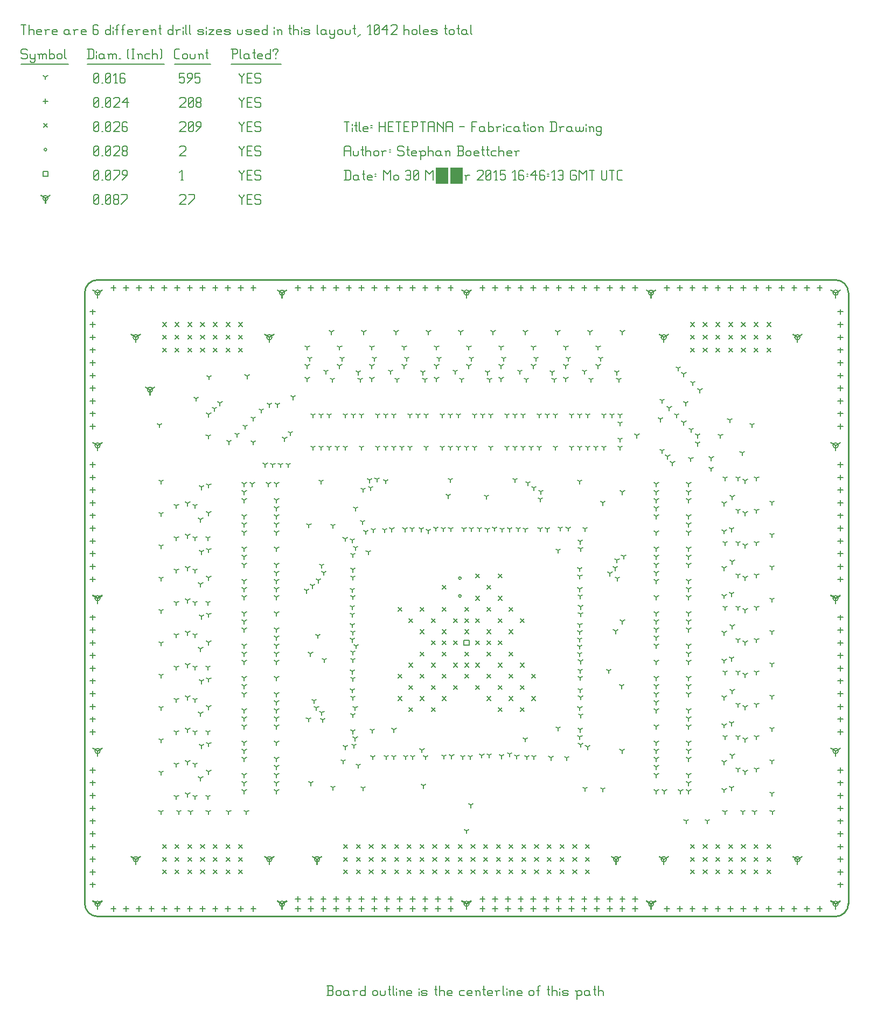
<source format=gbr>
G04 start of page 16 for group -3984 idx -3984 *
G04 Title: HETEPTANA, fab *
G04 Creator: pcb 1.99z *
G04 CreationDate: Mo 30 Mär 2015 16:46:13 GMT UTC *
G04 For: stephan *
G04 Format: Gerber/RS-274X *
G04 PCB-Dimensions (mil): 5511.81 4724.41 *
G04 PCB-Coordinate-Origin: lower left *
%MOIN*%
%FSLAX25Y25*%
%LNFAB*%
%ADD190C,0.0100*%
%ADD189C,0.0060*%
%ADD188C,0.0001*%
%ADD187R,0.0080X0.0080*%
G54D187*X183071Y74803D02*Y71603D01*
G54D188*G36*
X182524Y74950D02*X185991Y76950D01*
X186391Y76257D01*
X182924Y74257D01*
X182524Y74950D01*
G37*
G36*
X183217Y74257D02*X179751Y76257D01*
X180151Y76950D01*
X183617Y74950D01*
X183217Y74257D01*
G37*
G54D187*X181471Y74803D02*G75*G03X184671Y74803I1600J0D01*G01*
G75*G03X181471Y74803I-1600J0D01*G01*
X368110D02*Y71603D01*
G54D188*G36*
X367564Y74950D02*X371030Y76950D01*
X371430Y76257D01*
X367964Y74257D01*
X367564Y74950D01*
G37*
G36*
X368257Y74257D02*X364791Y76257D01*
X365190Y76950D01*
X368657Y74950D01*
X368257Y74257D01*
G37*
G54D187*X366510Y74803D02*G75*G03X369710Y74803I1600J0D01*G01*
G75*G03X366510Y74803I-1600J0D01*G01*
X70866Y397638D02*Y394438D01*
G54D188*G36*
X70320Y397784D02*X73786Y399784D01*
X74186Y399091D01*
X70720Y397091D01*
X70320Y397784D01*
G37*
G36*
X71013Y397091D02*X67546Y399091D01*
X67946Y399784D01*
X71413Y397784D01*
X71013Y397091D01*
G37*
G54D187*X69266Y397638D02*G75*G03X72466Y397638I1600J0D01*G01*
G75*G03X69266Y397638I-1600J0D01*G01*
X153543D02*Y394438D01*
G54D188*G36*
X152997Y397784D02*X156463Y399784D01*
X156863Y399091D01*
X153397Y397091D01*
X152997Y397784D01*
G37*
G36*
X153690Y397091D02*X150224Y399091D01*
X150623Y399784D01*
X154090Y397784D01*
X153690Y397091D01*
G37*
G54D187*X151943Y397638D02*G75*G03X155143Y397638I1600J0D01*G01*
G75*G03X151943Y397638I-1600J0D01*G01*
X480315D02*Y394438D01*
G54D188*G36*
X479769Y397784D02*X483235Y399784D01*
X483635Y399091D01*
X480168Y397091D01*
X479769Y397784D01*
G37*
G36*
X480462Y397091D02*X476995Y399091D01*
X477395Y399784D01*
X480861Y397784D01*
X480462Y397091D01*
G37*
G54D187*X478715Y397638D02*G75*G03X481915Y397638I1600J0D01*G01*
G75*G03X478715Y397638I-1600J0D01*G01*
X397638D02*Y394438D01*
G54D188*G36*
X397091Y397784D02*X400558Y399784D01*
X400957Y399091D01*
X397491Y397091D01*
X397091Y397784D01*
G37*
G36*
X397784Y397091D02*X394318Y399091D01*
X394718Y399784D01*
X398184Y397784D01*
X397784Y397091D01*
G37*
G54D187*X396038Y397638D02*G75*G03X399238Y397638I1600J0D01*G01*
G75*G03X396038Y397638I-1600J0D01*G01*
X153543Y74803D02*Y71603D01*
G54D188*G36*
X152997Y74950D02*X156463Y76950D01*
X156863Y76257D01*
X153397Y74257D01*
X152997Y74950D01*
G37*
G36*
X153690Y74257D02*X150224Y76257D01*
X150623Y76950D01*
X154090Y74950D01*
X153690Y74257D01*
G37*
G54D187*X151943Y74803D02*G75*G03X155143Y74803I1600J0D01*G01*
G75*G03X151943Y74803I-1600J0D01*G01*
X70866D02*Y71603D01*
G54D188*G36*
X70320Y74950D02*X73786Y76950D01*
X74186Y76257D01*
X70720Y74257D01*
X70320Y74950D01*
G37*
G36*
X71013Y74257D02*X67546Y76257D01*
X67946Y76950D01*
X71413Y74950D01*
X71013Y74257D01*
G37*
G54D187*X69266Y74803D02*G75*G03X72466Y74803I1600J0D01*G01*
G75*G03X69266Y74803I-1600J0D01*G01*
X397638D02*Y71603D01*
G54D188*G36*
X397091Y74950D02*X400558Y76950D01*
X400957Y76257D01*
X397491Y74257D01*
X397091Y74950D01*
G37*
G36*
X397784Y74257D02*X394318Y76257D01*
X394718Y76950D01*
X398184Y74950D01*
X397784Y74257D01*
G37*
G54D187*X396038Y74803D02*G75*G03X399238Y74803I1600J0D01*G01*
G75*G03X396038Y74803I-1600J0D01*G01*
X480315D02*Y71603D01*
G54D188*G36*
X479769Y74950D02*X483235Y76950D01*
X483635Y76257D01*
X480168Y74257D01*
X479769Y74950D01*
G37*
G36*
X480462Y74257D02*X476995Y76257D01*
X477395Y76950D01*
X480861Y74950D01*
X480462Y74257D01*
G37*
G54D187*X478715Y74803D02*G75*G03X481915Y74803I1600J0D01*G01*
G75*G03X478715Y74803I-1600J0D01*G01*
X47244Y47244D02*Y44044D01*
G54D188*G36*
X46698Y47391D02*X50164Y49390D01*
X50564Y48698D01*
X47098Y46698D01*
X46698Y47391D01*
G37*
G36*
X47391Y46698D02*X43924Y48698D01*
X44324Y49390D01*
X47790Y47391D01*
X47391Y46698D01*
G37*
G54D187*X45644Y47244D02*G75*G03X48844Y47244I1600J0D01*G01*
G75*G03X45644Y47244I-1600J0D01*G01*
X47244Y141732D02*Y138532D01*
G54D188*G36*
X46698Y141879D02*X50164Y143879D01*
X50564Y143186D01*
X47098Y141186D01*
X46698Y141879D01*
G37*
G36*
X47391Y141186D02*X43924Y143186D01*
X44324Y143879D01*
X47790Y141879D01*
X47391Y141186D01*
G37*
G54D187*X45644Y141732D02*G75*G03X48844Y141732I1600J0D01*G01*
G75*G03X45644Y141732I-1600J0D01*G01*
X47244Y236220D02*Y233020D01*
G54D188*G36*
X46698Y236367D02*X50164Y238367D01*
X50564Y237674D01*
X47098Y235674D01*
X46698Y236367D01*
G37*
G36*
X47391Y235674D02*X43924Y237674D01*
X44324Y238367D01*
X47790Y236367D01*
X47391Y235674D01*
G37*
G54D187*X45644Y236220D02*G75*G03X48844Y236220I1600J0D01*G01*
G75*G03X45644Y236220I-1600J0D01*G01*
X47244Y330709D02*Y327509D01*
G54D188*G36*
X46698Y330855D02*X50164Y332855D01*
X50564Y332162D01*
X47098Y330162D01*
X46698Y330855D01*
G37*
G36*
X47391Y330162D02*X43924Y332162D01*
X44324Y332855D01*
X47790Y330855D01*
X47391Y330162D01*
G37*
G54D187*X45644Y330709D02*G75*G03X48844Y330709I1600J0D01*G01*
G75*G03X45644Y330709I-1600J0D01*G01*
X47244Y425197D02*Y421997D01*
G54D188*G36*
X46698Y425343D02*X50164Y427343D01*
X50564Y426650D01*
X47098Y424650D01*
X46698Y425343D01*
G37*
G36*
X47391Y424650D02*X43924Y426650D01*
X44324Y427343D01*
X47790Y425343D01*
X47391Y424650D01*
G37*
G54D187*X45644Y425197D02*G75*G03X48844Y425197I1600J0D01*G01*
G75*G03X45644Y425197I-1600J0D01*G01*
X503937Y47244D02*Y44044D01*
G54D188*G36*
X503391Y47391D02*X506857Y49390D01*
X507257Y48698D01*
X503790Y46698D01*
X503391Y47391D01*
G37*
G36*
X504084Y46698D02*X500617Y48698D01*
X501017Y49390D01*
X504483Y47391D01*
X504084Y46698D01*
G37*
G54D187*X502337Y47244D02*G75*G03X505537Y47244I1600J0D01*G01*
G75*G03X502337Y47244I-1600J0D01*G01*
X503937Y141732D02*Y138532D01*
G54D188*G36*
X503391Y141879D02*X506857Y143879D01*
X507257Y143186D01*
X503790Y141186D01*
X503391Y141879D01*
G37*
G36*
X504084Y141186D02*X500617Y143186D01*
X501017Y143879D01*
X504483Y141879D01*
X504084Y141186D01*
G37*
G54D187*X502337Y141732D02*G75*G03X505537Y141732I1600J0D01*G01*
G75*G03X502337Y141732I-1600J0D01*G01*
X503937Y236220D02*Y233020D01*
G54D188*G36*
X503391Y236367D02*X506857Y238367D01*
X507257Y237674D01*
X503790Y235674D01*
X503391Y236367D01*
G37*
G36*
X504084Y235674D02*X500617Y237674D01*
X501017Y238367D01*
X504483Y236367D01*
X504084Y235674D01*
G37*
G54D187*X502337Y236220D02*G75*G03X505537Y236220I1600J0D01*G01*
G75*G03X502337Y236220I-1600J0D01*G01*
X503937Y330709D02*Y327509D01*
G54D188*G36*
X503391Y330855D02*X506857Y332855D01*
X507257Y332162D01*
X503790Y330162D01*
X503391Y330855D01*
G37*
G36*
X504084Y330162D02*X500617Y332162D01*
X501017Y332855D01*
X504483Y330855D01*
X504084Y330162D01*
G37*
G54D187*X502337Y330709D02*G75*G03X505537Y330709I1600J0D01*G01*
G75*G03X502337Y330709I-1600J0D01*G01*
X503937Y425197D02*Y421997D01*
G54D188*G36*
X503391Y425343D02*X506857Y427343D01*
X507257Y426650D01*
X503790Y424650D01*
X503391Y425343D01*
G37*
G36*
X504084Y424650D02*X500617Y426650D01*
X501017Y427343D01*
X504483Y425343D01*
X504084Y424650D01*
G37*
G54D187*X502337Y425197D02*G75*G03X505537Y425197I1600J0D01*G01*
G75*G03X502337Y425197I-1600J0D01*G01*
X161417Y47244D02*Y44044D01*
G54D188*G36*
X160871Y47391D02*X164337Y49390D01*
X164737Y48698D01*
X161271Y46698D01*
X160871Y47391D01*
G37*
G36*
X161564Y46698D02*X158098Y48698D01*
X158497Y49390D01*
X161964Y47391D01*
X161564Y46698D01*
G37*
G54D187*X159817Y47244D02*G75*G03X163017Y47244I1600J0D01*G01*
G75*G03X159817Y47244I-1600J0D01*G01*
X275591D02*Y44044D01*
G54D188*G36*
X275044Y47391D02*X278510Y49390D01*
X278910Y48698D01*
X275444Y46698D01*
X275044Y47391D01*
G37*
G36*
X275737Y46698D02*X272271Y48698D01*
X272671Y49390D01*
X276137Y47391D01*
X275737Y46698D01*
G37*
G54D187*X273991Y47244D02*G75*G03X277191Y47244I1600J0D01*G01*
G75*G03X273991Y47244I-1600J0D01*G01*
X389764D02*Y44044D01*
G54D188*G36*
X389217Y47391D02*X392684Y49390D01*
X393083Y48698D01*
X389617Y46698D01*
X389217Y47391D01*
G37*
G36*
X389910Y46698D02*X386444Y48698D01*
X386844Y49390D01*
X390310Y47391D01*
X389910Y46698D01*
G37*
G54D187*X388164Y47244D02*G75*G03X391364Y47244I1600J0D01*G01*
G75*G03X388164Y47244I-1600J0D01*G01*
X161417Y425197D02*Y421997D01*
G54D188*G36*
X160871Y425343D02*X164337Y427343D01*
X164737Y426650D01*
X161271Y424650D01*
X160871Y425343D01*
G37*
G36*
X161564Y424650D02*X158098Y426650D01*
X158497Y427343D01*
X161964Y425343D01*
X161564Y424650D01*
G37*
G54D187*X159817Y425197D02*G75*G03X163017Y425197I1600J0D01*G01*
G75*G03X159817Y425197I-1600J0D01*G01*
X275591D02*Y421997D01*
G54D188*G36*
X275044Y425343D02*X278510Y427343D01*
X278910Y426650D01*
X275444Y424650D01*
X275044Y425343D01*
G37*
G36*
X275737Y424650D02*X272271Y426650D01*
X272671Y427343D01*
X276137Y425343D01*
X275737Y424650D01*
G37*
G54D187*X273991Y425197D02*G75*G03X277191Y425197I1600J0D01*G01*
G75*G03X273991Y425197I-1600J0D01*G01*
X389764D02*Y421997D01*
G54D188*G36*
X389217Y425343D02*X392684Y427343D01*
X393083Y426650D01*
X389617Y424650D01*
X389217Y425343D01*
G37*
G36*
X389910Y424650D02*X386444Y426650D01*
X386844Y427343D01*
X390310Y425343D01*
X389910Y424650D01*
G37*
G54D187*X388164Y425197D02*G75*G03X391364Y425197I1600J0D01*G01*
G75*G03X388164Y425197I-1600J0D01*G01*
X79724Y365157D02*Y361957D01*
G54D188*G36*
X79178Y365304D02*X82644Y367304D01*
X83044Y366611D01*
X79578Y364611D01*
X79178Y365304D01*
G37*
G36*
X79871Y364611D02*X76405Y366611D01*
X76804Y367304D01*
X80271Y365304D01*
X79871Y364611D01*
G37*
G54D187*X78124Y365157D02*G75*G03X81324Y365157I1600J0D01*G01*
G75*G03X78124Y365157I-1600J0D01*G01*
X15000Y483691D02*Y480491D01*
G54D188*G36*
X14454Y483838D02*X17920Y485837D01*
X18320Y485144D01*
X14853Y483145D01*
X14454Y483838D01*
G37*
G36*
X15147Y483145D02*X11680Y485144D01*
X12080Y485837D01*
X15546Y483838D01*
X15147Y483145D01*
G37*
G54D187*X13400Y483691D02*G75*G03X16600Y483691I1600J0D01*G01*
G75*G03X13400Y483691I-1600J0D01*G01*
G54D189*X135000Y485941D02*Y485191D01*
X136500Y483691D01*
X138000Y485191D01*
Y485941D02*Y485191D01*
X136500Y483691D02*Y479941D01*
X139800Y482941D02*X142050D01*
X139800Y479941D02*X142800D01*
X139800Y485941D02*Y479941D01*
Y485941D02*X142800D01*
X147600D02*X148350Y485191D01*
X145350Y485941D02*X147600D01*
X144600Y485191D02*X145350Y485941D01*
X144600Y485191D02*Y483691D01*
X145350Y482941D01*
X147600D01*
X148350Y482191D01*
Y480691D01*
X147600Y479941D02*X148350Y480691D01*
X145350Y479941D02*X147600D01*
X144600Y480691D02*X145350Y479941D01*
X98000Y485191D02*X98750Y485941D01*
X101000D01*
X101750Y485191D01*
Y483691D01*
X98000Y479941D02*X101750Y483691D01*
X98000Y479941D02*X101750D01*
X103550D02*X107300Y483691D01*
Y485941D02*Y483691D01*
X103550Y485941D02*X107300D01*
X45000Y480691D02*X45750Y479941D01*
X45000Y485191D02*Y480691D01*
Y485191D02*X45750Y485941D01*
X47250D01*
X48000Y485191D01*
Y480691D01*
X47250Y479941D02*X48000Y480691D01*
X45750Y479941D02*X47250D01*
X45000Y481441D02*X48000Y484441D01*
X49800Y479941D02*X50550D01*
X52350Y480691D02*X53100Y479941D01*
X52350Y485191D02*Y480691D01*
Y485191D02*X53100Y485941D01*
X54600D01*
X55350Y485191D01*
Y480691D01*
X54600Y479941D02*X55350Y480691D01*
X53100Y479941D02*X54600D01*
X52350Y481441D02*X55350Y484441D01*
X57150Y480691D02*X57900Y479941D01*
X57150Y482191D02*Y480691D01*
Y482191D02*X57900Y482941D01*
X59400D01*
X60150Y482191D01*
Y480691D01*
X59400Y479941D02*X60150Y480691D01*
X57900Y479941D02*X59400D01*
X57150Y483691D02*X57900Y482941D01*
X57150Y485191D02*Y483691D01*
Y485191D02*X57900Y485941D01*
X59400D01*
X60150Y485191D01*
Y483691D01*
X59400Y482941D02*X60150Y483691D01*
X61950Y479941D02*X65700Y483691D01*
Y485941D02*Y483691D01*
X61950Y485941D02*X65700D01*
X273991Y210261D02*X277191D01*
X273991D02*Y207061D01*
X277191D01*
Y210261D02*Y207061D01*
X13400Y500291D02*X16600D01*
X13400D02*Y497091D01*
X16600D01*
Y500291D02*Y497091D01*
X135000Y500941D02*Y500191D01*
X136500Y498691D01*
X138000Y500191D01*
Y500941D02*Y500191D01*
X136500Y498691D02*Y494941D01*
X139800Y497941D02*X142050D01*
X139800Y494941D02*X142800D01*
X139800Y500941D02*Y494941D01*
Y500941D02*X142800D01*
X147600D02*X148350Y500191D01*
X145350Y500941D02*X147600D01*
X144600Y500191D02*X145350Y500941D01*
X144600Y500191D02*Y498691D01*
X145350Y497941D01*
X147600D01*
X148350Y497191D01*
Y495691D01*
X147600Y494941D02*X148350Y495691D01*
X145350Y494941D02*X147600D01*
X144600Y495691D02*X145350Y494941D01*
X98750D02*X100250D01*
X99500Y500941D02*Y494941D01*
X98000Y499441D02*X99500Y500941D01*
X45000Y495691D02*X45750Y494941D01*
X45000Y500191D02*Y495691D01*
Y500191D02*X45750Y500941D01*
X47250D01*
X48000Y500191D01*
Y495691D01*
X47250Y494941D02*X48000Y495691D01*
X45750Y494941D02*X47250D01*
X45000Y496441D02*X48000Y499441D01*
X49800Y494941D02*X50550D01*
X52350Y495691D02*X53100Y494941D01*
X52350Y500191D02*Y495691D01*
Y500191D02*X53100Y500941D01*
X54600D01*
X55350Y500191D01*
Y495691D01*
X54600Y494941D02*X55350Y495691D01*
X53100Y494941D02*X54600D01*
X52350Y496441D02*X55350Y499441D01*
X57150Y494941D02*X60900Y498691D01*
Y500941D02*Y498691D01*
X57150Y500941D02*X60900D01*
X62700Y494941D02*X65700Y497941D01*
Y500191D02*Y497941D01*
X64950Y500941D02*X65700Y500191D01*
X63450Y500941D02*X64950D01*
X62700Y500191D02*X63450Y500941D01*
X62700Y500191D02*Y498691D01*
X63450Y497941D01*
X65700D01*
X270657Y248622D02*G75*G03X272257Y248622I800J0D01*G01*
G75*G03X270657Y248622I-800J0D01*G01*
Y237598D02*G75*G03X272257Y237598I800J0D01*G01*
G75*G03X270657Y237598I-800J0D01*G01*
X14200Y513691D02*G75*G03X15800Y513691I800J0D01*G01*
G75*G03X14200Y513691I-800J0D01*G01*
X135000Y515941D02*Y515191D01*
X136500Y513691D01*
X138000Y515191D01*
Y515941D02*Y515191D01*
X136500Y513691D02*Y509941D01*
X139800Y512941D02*X142050D01*
X139800Y509941D02*X142800D01*
X139800Y515941D02*Y509941D01*
Y515941D02*X142800D01*
X147600D02*X148350Y515191D01*
X145350Y515941D02*X147600D01*
X144600Y515191D02*X145350Y515941D01*
X144600Y515191D02*Y513691D01*
X145350Y512941D01*
X147600D01*
X148350Y512191D01*
Y510691D01*
X147600Y509941D02*X148350Y510691D01*
X145350Y509941D02*X147600D01*
X144600Y510691D02*X145350Y509941D01*
X98000Y515191D02*X98750Y515941D01*
X101000D01*
X101750Y515191D01*
Y513691D01*
X98000Y509941D02*X101750Y513691D01*
X98000Y509941D02*X101750D01*
X45000Y510691D02*X45750Y509941D01*
X45000Y515191D02*Y510691D01*
Y515191D02*X45750Y515941D01*
X47250D01*
X48000Y515191D01*
Y510691D01*
X47250Y509941D02*X48000Y510691D01*
X45750Y509941D02*X47250D01*
X45000Y511441D02*X48000Y514441D01*
X49800Y509941D02*X50550D01*
X52350Y510691D02*X53100Y509941D01*
X52350Y515191D02*Y510691D01*
Y515191D02*X53100Y515941D01*
X54600D01*
X55350Y515191D01*
Y510691D01*
X54600Y509941D02*X55350Y510691D01*
X53100Y509941D02*X54600D01*
X52350Y511441D02*X55350Y514441D01*
X57150Y515191D02*X57900Y515941D01*
X60150D01*
X60900Y515191D01*
Y513691D01*
X57150Y509941D02*X60900Y513691D01*
X57150Y509941D02*X60900D01*
X62700Y510691D02*X63450Y509941D01*
X62700Y512191D02*Y510691D01*
Y512191D02*X63450Y512941D01*
X64950D01*
X65700Y512191D01*
Y510691D01*
X64950Y509941D02*X65700Y510691D01*
X63450Y509941D02*X64950D01*
X62700Y513691D02*X63450Y512941D01*
X62700Y515191D02*Y513691D01*
Y515191D02*X63450Y515941D01*
X64950D01*
X65700Y515191D01*
Y513691D01*
X64950Y512941D02*X65700Y513691D01*
X199587Y68129D02*X201987Y65729D01*
X199587D02*X201987Y68129D01*
X207461D02*X209861Y65729D01*
X207461D02*X209861Y68129D01*
X215335D02*X217735Y65729D01*
X215335D02*X217735Y68129D01*
X223209D02*X225609Y65729D01*
X223209D02*X225609Y68129D01*
X231083D02*X233483Y65729D01*
X231083D02*X233483Y68129D01*
X238957D02*X241357Y65729D01*
X238957D02*X241357Y68129D01*
X246831D02*X249231Y65729D01*
X246831D02*X249231Y68129D01*
X254706D02*X257106Y65729D01*
X254706D02*X257106Y68129D01*
X262580D02*X264980Y65729D01*
X262580D02*X264980Y68129D01*
X270454D02*X272854Y65729D01*
X270454D02*X272854Y68129D01*
X278328D02*X280728Y65729D01*
X278328D02*X280728Y68129D01*
X286202D02*X288602Y65729D01*
X286202D02*X288602Y68129D01*
X294076D02*X296476Y65729D01*
X294076D02*X296476Y68129D01*
X301950D02*X304350Y65729D01*
X301950D02*X304350Y68129D01*
X309824D02*X312224Y65729D01*
X309824D02*X312224Y68129D01*
X317698D02*X320098Y65729D01*
X317698D02*X320098Y68129D01*
X325572D02*X327972Y65729D01*
X325572D02*X327972Y68129D01*
X333446D02*X335846Y65729D01*
X333446D02*X335846Y68129D01*
X341320D02*X343720Y65729D01*
X341320D02*X343720Y68129D01*
X349194D02*X351594Y65729D01*
X349194D02*X351594Y68129D01*
X199587Y76003D02*X201987Y73603D01*
X199587D02*X201987Y76003D01*
X207461D02*X209861Y73603D01*
X207461D02*X209861Y76003D01*
X215335D02*X217735Y73603D01*
X215335D02*X217735Y76003D01*
X223209D02*X225609Y73603D01*
X223209D02*X225609Y76003D01*
X231083D02*X233483Y73603D01*
X231083D02*X233483Y76003D01*
X238957D02*X241357Y73603D01*
X238957D02*X241357Y76003D01*
X246831D02*X249231Y73603D01*
X246831D02*X249231Y76003D01*
X254706D02*X257106Y73603D01*
X254706D02*X257106Y76003D01*
X262580D02*X264980Y73603D01*
X262580D02*X264980Y76003D01*
X270454D02*X272854Y73603D01*
X270454D02*X272854Y76003D01*
X278328D02*X280728Y73603D01*
X278328D02*X280728Y76003D01*
X286202D02*X288602Y73603D01*
X286202D02*X288602Y76003D01*
X294076D02*X296476Y73603D01*
X294076D02*X296476Y76003D01*
X301950D02*X304350Y73603D01*
X301950D02*X304350Y76003D01*
X309824D02*X312224Y73603D01*
X309824D02*X312224Y76003D01*
X317698D02*X320098Y73603D01*
X317698D02*X320098Y76003D01*
X325572D02*X327972Y73603D01*
X325572D02*X327972Y76003D01*
X333446D02*X335846Y73603D01*
X333446D02*X335846Y76003D01*
X341320D02*X343720Y73603D01*
X341320D02*X343720Y76003D01*
X349194D02*X351594Y73603D01*
X349194D02*X351594Y76003D01*
X199587Y83877D02*X201987Y81477D01*
X199587D02*X201987Y83877D01*
X207461D02*X209861Y81477D01*
X207461D02*X209861Y83877D01*
X215335D02*X217735Y81477D01*
X215335D02*X217735Y83877D01*
X223209D02*X225609Y81477D01*
X223209D02*X225609Y83877D01*
X231083D02*X233483Y81477D01*
X231083D02*X233483Y83877D01*
X238957D02*X241357Y81477D01*
X238957D02*X241357Y83877D01*
X246831D02*X249231Y81477D01*
X246831D02*X249231Y83877D01*
X254706D02*X257106Y81477D01*
X254706D02*X257106Y83877D01*
X262580D02*X264980Y81477D01*
X262580D02*X264980Y83877D01*
X270454D02*X272854Y81477D01*
X270454D02*X272854Y83877D01*
X278328D02*X280728Y81477D01*
X278328D02*X280728Y83877D01*
X286202D02*X288602Y81477D01*
X286202D02*X288602Y83877D01*
X294076D02*X296476Y81477D01*
X294076D02*X296476Y83877D01*
X301950D02*X304350Y81477D01*
X301950D02*X304350Y83877D01*
X309824D02*X312224Y81477D01*
X309824D02*X312224Y83877D01*
X317698D02*X320098Y81477D01*
X317698D02*X320098Y83877D01*
X325572D02*X327972Y81477D01*
X325572D02*X327972Y83877D01*
X333446D02*X335846Y81477D01*
X333446D02*X335846Y83877D01*
X341320D02*X343720Y81477D01*
X341320D02*X343720Y83877D01*
X349194D02*X351594Y81477D01*
X349194D02*X351594Y83877D01*
X134627Y406712D02*X137027Y404312D01*
X134627D02*X137027Y406712D01*
X126753D02*X129153Y404312D01*
X126753D02*X129153Y406712D01*
X118879D02*X121279Y404312D01*
X118879D02*X121279Y406712D01*
X111005D02*X113405Y404312D01*
X111005D02*X113405Y406712D01*
X103131D02*X105531Y404312D01*
X103131D02*X105531Y406712D01*
X95257D02*X97657Y404312D01*
X95257D02*X97657Y406712D01*
X87383D02*X89783Y404312D01*
X87383D02*X89783Y406712D01*
X87383Y390964D02*X89783Y388564D01*
X87383D02*X89783Y390964D01*
X134627Y398838D02*X137027Y396438D01*
X134627D02*X137027Y398838D01*
X126753D02*X129153Y396438D01*
X126753D02*X129153Y398838D01*
X118879D02*X121279Y396438D01*
X118879D02*X121279Y398838D01*
X111005D02*X113405Y396438D01*
X111005D02*X113405Y398838D01*
X103131D02*X105531Y396438D01*
X103131D02*X105531Y398838D01*
X95257D02*X97657Y396438D01*
X95257D02*X97657Y398838D01*
X87383D02*X89783Y396438D01*
X87383D02*X89783Y398838D01*
X126753Y390964D02*X129153Y388564D01*
X126753D02*X129153Y390964D01*
X118879D02*X121279Y388564D01*
X118879D02*X121279Y390964D01*
X111005D02*X113405Y388564D01*
X111005D02*X113405Y390964D01*
X103131D02*X105531Y388564D01*
X103131D02*X105531Y390964D01*
X95257D02*X97657Y388564D01*
X95257D02*X97657Y390964D01*
X134627D02*X137027Y388564D01*
X134627D02*X137027Y390964D01*
X414154D02*X416554Y388564D01*
X414154D02*X416554Y390964D01*
X422028D02*X424428Y388564D01*
X422028D02*X424428Y390964D01*
X429902D02*X432302Y388564D01*
X429902D02*X432302Y390964D01*
X437776D02*X440176Y388564D01*
X437776D02*X440176Y390964D01*
X445650D02*X448050Y388564D01*
X445650D02*X448050Y390964D01*
X453524D02*X455924Y388564D01*
X453524D02*X455924Y390964D01*
X461398D02*X463798Y388564D01*
X461398D02*X463798Y390964D01*
X461398Y406712D02*X463798Y404312D01*
X461398D02*X463798Y406712D01*
X414154Y398838D02*X416554Y396438D01*
X414154D02*X416554Y398838D01*
X422028D02*X424428Y396438D01*
X422028D02*X424428Y398838D01*
X429902D02*X432302Y396438D01*
X429902D02*X432302Y398838D01*
X437776D02*X440176Y396438D01*
X437776D02*X440176Y398838D01*
X445650D02*X448050Y396438D01*
X445650D02*X448050Y398838D01*
X453524D02*X455924Y396438D01*
X453524D02*X455924Y398838D01*
X461398D02*X463798Y396438D01*
X461398D02*X463798Y398838D01*
X422028Y406712D02*X424428Y404312D01*
X422028D02*X424428Y406712D01*
X429902D02*X432302Y404312D01*
X429902D02*X432302Y406712D01*
X437776D02*X440176Y404312D01*
X437776D02*X440176Y406712D01*
X445650D02*X448050Y404312D01*
X445650D02*X448050Y406712D01*
X453524D02*X455924Y404312D01*
X453524D02*X455924Y406712D01*
X414154D02*X416554Y404312D01*
X414154D02*X416554Y406712D01*
X87383Y68129D02*X89783Y65729D01*
X87383D02*X89783Y68129D01*
X95257D02*X97657Y65729D01*
X95257D02*X97657Y68129D01*
X103131D02*X105531Y65729D01*
X103131D02*X105531Y68129D01*
X111005D02*X113405Y65729D01*
X111005D02*X113405Y68129D01*
X118879D02*X121279Y65729D01*
X118879D02*X121279Y68129D01*
X126753D02*X129153Y65729D01*
X126753D02*X129153Y68129D01*
X134627D02*X137027Y65729D01*
X134627D02*X137027Y68129D01*
X134627Y83877D02*X137027Y81477D01*
X134627D02*X137027Y83877D01*
X87383Y76003D02*X89783Y73603D01*
X87383D02*X89783Y76003D01*
X95257D02*X97657Y73603D01*
X95257D02*X97657Y76003D01*
X103131D02*X105531Y73603D01*
X103131D02*X105531Y76003D01*
X111005D02*X113405Y73603D01*
X111005D02*X113405Y76003D01*
X118879D02*X121279Y73603D01*
X118879D02*X121279Y76003D01*
X126753D02*X129153Y73603D01*
X126753D02*X129153Y76003D01*
X134627D02*X137027Y73603D01*
X134627D02*X137027Y76003D01*
X95257Y83877D02*X97657Y81477D01*
X95257D02*X97657Y83877D01*
X103131D02*X105531Y81477D01*
X103131D02*X105531Y83877D01*
X111005D02*X113405Y81477D01*
X111005D02*X113405Y83877D01*
X118879D02*X121279Y81477D01*
X118879D02*X121279Y83877D01*
X126753D02*X129153Y81477D01*
X126753D02*X129153Y83877D01*
X87383D02*X89783Y81477D01*
X87383D02*X89783Y83877D01*
X461398D02*X463798Y81477D01*
X461398D02*X463798Y83877D01*
X453524D02*X455924Y81477D01*
X453524D02*X455924Y83877D01*
X445650D02*X448050Y81477D01*
X445650D02*X448050Y83877D01*
X437776D02*X440176Y81477D01*
X437776D02*X440176Y83877D01*
X429902D02*X432302Y81477D01*
X429902D02*X432302Y83877D01*
X422028D02*X424428Y81477D01*
X422028D02*X424428Y83877D01*
X414154D02*X416554Y81477D01*
X414154D02*X416554Y83877D01*
X414154Y68129D02*X416554Y65729D01*
X414154D02*X416554Y68129D01*
X461398Y76003D02*X463798Y73603D01*
X461398D02*X463798Y76003D01*
X453524D02*X455924Y73603D01*
X453524D02*X455924Y76003D01*
X445650D02*X448050Y73603D01*
X445650D02*X448050Y76003D01*
X437776D02*X440176Y73603D01*
X437776D02*X440176Y76003D01*
X429902D02*X432302Y73603D01*
X429902D02*X432302Y76003D01*
X422028D02*X424428Y73603D01*
X422028D02*X424428Y76003D01*
X414154D02*X416554Y73603D01*
X414154D02*X416554Y76003D01*
X453524Y68129D02*X455924Y65729D01*
X453524D02*X455924Y68129D01*
X445650D02*X448050Y65729D01*
X445650D02*X448050Y68129D01*
X437776D02*X440176Y65729D01*
X437776D02*X440176Y68129D01*
X429902D02*X432302Y65729D01*
X429902D02*X432302Y68129D01*
X422028D02*X424428Y65729D01*
X422028D02*X424428Y68129D01*
X461398D02*X463798Y65729D01*
X461398D02*X463798Y68129D01*
X281280Y223641D02*X283680Y221241D01*
X281280D02*X283680Y223641D01*
X267501D02*X269901Y221241D01*
X267501D02*X269901Y223641D01*
X295060D02*X297460Y221241D01*
X295060D02*X297460Y223641D01*
X253721D02*X256121Y221241D01*
X253721D02*X256121Y223641D01*
X239942D02*X242342Y221241D01*
X239942D02*X242342Y223641D01*
X308839D02*X311239Y221241D01*
X308839D02*X311239Y223641D01*
X281280Y209861D02*X283680Y207461D01*
X281280D02*X283680Y209861D01*
X267501D02*X269901Y207461D01*
X267501D02*X269901Y209861D01*
X295060D02*X297460Y207461D01*
X295060D02*X297460Y209861D01*
X253721D02*X256121Y207461D01*
X253721D02*X256121Y209861D01*
X281280Y196082D02*X283680Y193682D01*
X281280D02*X283680Y196082D01*
X267501D02*X269901Y193682D01*
X267501D02*X269901Y196082D01*
X295060D02*X297460Y193682D01*
X295060D02*X297460Y196082D01*
X253721D02*X256121Y193682D01*
X253721D02*X256121Y196082D01*
X239942D02*X242342Y193682D01*
X239942D02*X242342Y196082D01*
X281280Y182302D02*X283680Y179902D01*
X281280D02*X283680Y182302D01*
X267501D02*X269901Y179902D01*
X267501D02*X269901Y182302D01*
X295060D02*X297460Y179902D01*
X295060D02*X297460Y182302D01*
X253721D02*X256121Y179902D01*
X253721D02*X256121Y182302D01*
X239942D02*X242342Y179902D01*
X239942D02*X242342Y182302D01*
X308839D02*X311239Y179902D01*
X308839D02*X311239Y182302D01*
X288170Y202972D02*X290570Y200572D01*
X288170D02*X290570Y202972D01*
X288170Y216751D02*X290570Y214351D01*
X288170D02*X290570Y216751D01*
X288170Y230531D02*X290570Y228131D01*
X288170D02*X290570Y230531D01*
X288170Y189192D02*X290570Y186792D01*
X288170D02*X290570Y189192D01*
X288170Y244310D02*X290570Y241910D01*
X288170D02*X290570Y244310D01*
X288170Y175413D02*X290570Y173013D01*
X288170D02*X290570Y175413D01*
X288170Y209861D02*X290570Y207461D01*
X288170D02*X290570Y209861D01*
X301950Y202972D02*X304350Y200572D01*
X301950D02*X304350Y202972D01*
X301950Y216751D02*X304350Y214351D01*
X301950D02*X304350Y216751D01*
X301950Y189192D02*X304350Y186792D01*
X301950D02*X304350Y189192D01*
X301950Y175413D02*X304350Y173013D01*
X301950D02*X304350Y175413D01*
X260611Y209861D02*X263011Y207461D01*
X260611D02*X263011Y209861D01*
X260611Y230531D02*X263011Y228131D01*
X260611D02*X263011Y230531D01*
X260611Y216751D02*X263011Y214351D01*
X260611D02*X263011Y216751D01*
X260611Y202972D02*X263011Y200572D01*
X260611D02*X263011Y202972D01*
X260611Y189192D02*X263011Y186792D01*
X260611D02*X263011Y189192D01*
X246831Y230531D02*X249231Y228131D01*
X246831D02*X249231Y230531D01*
X246831Y216751D02*X249231Y214351D01*
X246831D02*X249231Y216751D01*
X246831Y202972D02*X249231Y200572D01*
X246831D02*X249231Y202972D01*
X246831Y189192D02*X249231Y186792D01*
X246831D02*X249231Y189192D01*
X274391Y223641D02*X276791Y221241D01*
X274391D02*X276791Y223641D01*
X274391Y196082D02*X276791Y193682D01*
X274391D02*X276791Y196082D01*
X274391Y230531D02*X276791Y228131D01*
X274391D02*X276791Y230531D01*
X274391Y216751D02*X276791Y214351D01*
X274391D02*X276791Y216751D01*
X274391Y202972D02*X276791Y200572D01*
X274391D02*X276791Y202972D01*
X274391Y189192D02*X276791Y186792D01*
X274391D02*X276791Y189192D01*
X295060Y237420D02*X297460Y235020D01*
X295060D02*X297460Y237420D01*
X281280D02*X283680Y235020D01*
X281280D02*X283680Y237420D01*
X295060Y251200D02*X297460Y248800D01*
X295060D02*X297460Y251200D01*
X281280D02*X283680Y248800D01*
X281280D02*X283680Y251200D01*
X260611Y175413D02*X263011Y173013D01*
X260611D02*X263011Y175413D01*
X246831D02*X249231Y173013D01*
X246831D02*X249231Y175413D01*
X301950Y230531D02*X304350Y228131D01*
X301950D02*X304350Y230531D01*
X260611Y244310D02*X263011Y241910D01*
X260611D02*X263011Y244310D01*
X308839Y196082D02*X311239Y193682D01*
X308839D02*X311239Y196082D01*
X315729Y189192D02*X318129Y186792D01*
X315729D02*X318129Y189192D01*
X315729Y175413D02*X318129Y173013D01*
X315729D02*X318129Y175413D01*
X308839Y168523D02*X311239Y166123D01*
X308839D02*X311239Y168523D01*
X295060D02*X297460Y166123D01*
X295060D02*X297460Y168523D01*
X253721D02*X256121Y166123D01*
X253721D02*X256121Y168523D01*
X239942D02*X242342Y166123D01*
X239942D02*X242342Y168523D01*
X233052Y175413D02*X235452Y173013D01*
X233052D02*X235452Y175413D01*
X233052Y189192D02*X235452Y186792D01*
X233052D02*X235452Y189192D01*
X233052Y230531D02*X235452Y228131D01*
X233052D02*X235452Y230531D01*
X13800Y529891D02*X16200Y527491D01*
X13800D02*X16200Y529891D01*
X135000Y530941D02*Y530191D01*
X136500Y528691D01*
X138000Y530191D01*
Y530941D02*Y530191D01*
X136500Y528691D02*Y524941D01*
X139800Y527941D02*X142050D01*
X139800Y524941D02*X142800D01*
X139800Y530941D02*Y524941D01*
Y530941D02*X142800D01*
X147600D02*X148350Y530191D01*
X145350Y530941D02*X147600D01*
X144600Y530191D02*X145350Y530941D01*
X144600Y530191D02*Y528691D01*
X145350Y527941D01*
X147600D01*
X148350Y527191D01*
Y525691D01*
X147600Y524941D02*X148350Y525691D01*
X145350Y524941D02*X147600D01*
X144600Y525691D02*X145350Y524941D01*
X98000Y530191D02*X98750Y530941D01*
X101000D01*
X101750Y530191D01*
Y528691D01*
X98000Y524941D02*X101750Y528691D01*
X98000Y524941D02*X101750D01*
X103550Y525691D02*X104300Y524941D01*
X103550Y530191D02*Y525691D01*
Y530191D02*X104300Y530941D01*
X105800D01*
X106550Y530191D01*
Y525691D01*
X105800Y524941D02*X106550Y525691D01*
X104300Y524941D02*X105800D01*
X103550Y526441D02*X106550Y529441D01*
X108350Y524941D02*X111350Y527941D01*
Y530191D02*Y527941D01*
X110600Y530941D02*X111350Y530191D01*
X109100Y530941D02*X110600D01*
X108350Y530191D02*X109100Y530941D01*
X108350Y530191D02*Y528691D01*
X109100Y527941D01*
X111350D01*
X45000Y525691D02*X45750Y524941D01*
X45000Y530191D02*Y525691D01*
Y530191D02*X45750Y530941D01*
X47250D01*
X48000Y530191D01*
Y525691D01*
X47250Y524941D02*X48000Y525691D01*
X45750Y524941D02*X47250D01*
X45000Y526441D02*X48000Y529441D01*
X49800Y524941D02*X50550D01*
X52350Y525691D02*X53100Y524941D01*
X52350Y530191D02*Y525691D01*
Y530191D02*X53100Y530941D01*
X54600D01*
X55350Y530191D01*
Y525691D01*
X54600Y524941D02*X55350Y525691D01*
X53100Y524941D02*X54600D01*
X52350Y526441D02*X55350Y529441D01*
X57150Y530191D02*X57900Y530941D01*
X60150D01*
X60900Y530191D01*
Y528691D01*
X57150Y524941D02*X60900Y528691D01*
X57150Y524941D02*X60900D01*
X64950Y530941D02*X65700Y530191D01*
X63450Y530941D02*X64950D01*
X62700Y530191D02*X63450Y530941D01*
X62700Y530191D02*Y525691D01*
X63450Y524941D01*
X64950Y527941D02*X65700Y527191D01*
X62700Y527941D02*X64950D01*
X63450Y524941D02*X64950D01*
X65700Y525691D01*
Y527191D02*Y525691D01*
X57087Y429750D02*Y426550D01*
X55487Y428150D02*X58687D01*
X64961Y429750D02*Y426550D01*
X63361Y428150D02*X66561D01*
X72835Y429750D02*Y426550D01*
X71235Y428150D02*X74435D01*
X80709Y429750D02*Y426550D01*
X79109Y428150D02*X82309D01*
X88583Y429750D02*Y426550D01*
X86983Y428150D02*X90183D01*
X96457Y429750D02*Y426550D01*
X94857Y428150D02*X98057D01*
X104331Y429750D02*Y426550D01*
X102731Y428150D02*X105931D01*
X112205Y429750D02*Y426550D01*
X110605Y428150D02*X113805D01*
X120079Y429750D02*Y426550D01*
X118479Y428150D02*X121679D01*
X127953Y429750D02*Y426550D01*
X126353Y428150D02*X129553D01*
X135827Y429750D02*Y426550D01*
X134227Y428150D02*X137427D01*
X143701Y429750D02*Y426550D01*
X142101Y428150D02*X145301D01*
X171260Y429750D02*Y426550D01*
X169660Y428150D02*X172860D01*
X179134Y429750D02*Y426550D01*
X177534Y428150D02*X180734D01*
X187008Y429750D02*Y426550D01*
X185408Y428150D02*X188608D01*
X194882Y429750D02*Y426550D01*
X193282Y428150D02*X196482D01*
X202756Y429750D02*Y426550D01*
X201156Y428150D02*X204356D01*
X210630Y429750D02*Y426550D01*
X209030Y428150D02*X212230D01*
X218504Y429750D02*Y426550D01*
X216904Y428150D02*X220104D01*
X226378Y429750D02*Y426550D01*
X224778Y428150D02*X227978D01*
X234252Y429750D02*Y426550D01*
X232652Y428150D02*X235852D01*
X242126Y429750D02*Y426550D01*
X240526Y428150D02*X243726D01*
X250000Y429750D02*Y426550D01*
X248400Y428150D02*X251600D01*
X257874Y429750D02*Y426550D01*
X256274Y428150D02*X259474D01*
X265748Y429750D02*Y426550D01*
X264148Y428150D02*X267348D01*
X285433Y429750D02*Y426550D01*
X283833Y428150D02*X287033D01*
X293307Y429750D02*Y426550D01*
X291707Y428150D02*X294907D01*
X301181Y429750D02*Y426550D01*
X299581Y428150D02*X302781D01*
X309055Y429750D02*Y426550D01*
X307455Y428150D02*X310655D01*
X316929Y429750D02*Y426550D01*
X315329Y428150D02*X318529D01*
X324803Y429750D02*Y426550D01*
X323203Y428150D02*X326403D01*
X332677Y429750D02*Y426550D01*
X331077Y428150D02*X334277D01*
X340551Y429750D02*Y426550D01*
X338951Y428150D02*X342151D01*
X348425Y429750D02*Y426550D01*
X346825Y428150D02*X350025D01*
X356299Y429750D02*Y426550D01*
X354699Y428150D02*X357899D01*
X364173Y429750D02*Y426550D01*
X362573Y428150D02*X365773D01*
X372047Y429750D02*Y426550D01*
X370447Y428150D02*X373647D01*
X379921Y429750D02*Y426550D01*
X378321Y428150D02*X381521D01*
X399606Y429750D02*Y426550D01*
X398006Y428150D02*X401206D01*
X407480Y429750D02*Y426550D01*
X405880Y428150D02*X409080D01*
X415354Y429750D02*Y426550D01*
X413754Y428150D02*X416954D01*
X423228Y429750D02*Y426550D01*
X421628Y428150D02*X424828D01*
X431102Y429750D02*Y426550D01*
X429502Y428150D02*X432702D01*
X438976Y429750D02*Y426550D01*
X437376Y428150D02*X440576D01*
X446850Y429750D02*Y426550D01*
X445250Y428150D02*X448450D01*
X454724Y429750D02*Y426550D01*
X453124Y428150D02*X456324D01*
X462598Y429750D02*Y426550D01*
X460998Y428150D02*X464198D01*
X470472Y429750D02*Y426550D01*
X468872Y428150D02*X472072D01*
X478346Y429750D02*Y426550D01*
X476746Y428150D02*X479946D01*
X486220Y429750D02*Y426550D01*
X484620Y428150D02*X487820D01*
X494094Y429750D02*Y426550D01*
X492494Y428150D02*X495694D01*
X57087Y45891D02*Y42691D01*
X55487Y44291D02*X58687D01*
X64961Y45891D02*Y42691D01*
X63361Y44291D02*X66561D01*
X72835Y45891D02*Y42691D01*
X71235Y44291D02*X74435D01*
X80709Y45891D02*Y42691D01*
X79109Y44291D02*X82309D01*
X88583Y45891D02*Y42691D01*
X86983Y44291D02*X90183D01*
X96457Y45891D02*Y42691D01*
X94857Y44291D02*X98057D01*
X104331Y45891D02*Y42691D01*
X102731Y44291D02*X105931D01*
X112205Y45891D02*Y42691D01*
X110605Y44291D02*X113805D01*
X120079Y45891D02*Y42691D01*
X118479Y44291D02*X121679D01*
X127953Y45891D02*Y42691D01*
X126353Y44291D02*X129553D01*
X135827Y45891D02*Y42691D01*
X134227Y44291D02*X137427D01*
X143701Y45891D02*Y42691D01*
X142101Y44291D02*X145301D01*
X171260Y45891D02*Y42691D01*
X169660Y44291D02*X172860D01*
X179134Y45891D02*Y42691D01*
X177534Y44291D02*X180734D01*
X187008Y45891D02*Y42691D01*
X185408Y44291D02*X188608D01*
X194882Y45891D02*Y42691D01*
X193282Y44291D02*X196482D01*
X202756Y45891D02*Y42691D01*
X201156Y44291D02*X204356D01*
X210630Y45891D02*Y42691D01*
X209030Y44291D02*X212230D01*
X218504Y45891D02*Y42691D01*
X216904Y44291D02*X220104D01*
X226378Y45891D02*Y42691D01*
X224778Y44291D02*X227978D01*
X234252Y45891D02*Y42691D01*
X232652Y44291D02*X235852D01*
X242126Y45891D02*Y42691D01*
X240526Y44291D02*X243726D01*
X250000Y45891D02*Y42691D01*
X248400Y44291D02*X251600D01*
X257874Y45891D02*Y42691D01*
X256274Y44291D02*X259474D01*
X265748Y45891D02*Y42691D01*
X264148Y44291D02*X267348D01*
X285433Y45891D02*Y42691D01*
X283833Y44291D02*X287033D01*
X293307Y45891D02*Y42691D01*
X291707Y44291D02*X294907D01*
X301181Y45891D02*Y42691D01*
X299581Y44291D02*X302781D01*
X309055Y45891D02*Y42691D01*
X307455Y44291D02*X310655D01*
X316929Y45891D02*Y42691D01*
X315329Y44291D02*X318529D01*
X324803Y45891D02*Y42691D01*
X323203Y44291D02*X326403D01*
X332677Y45891D02*Y42691D01*
X331077Y44291D02*X334277D01*
X340551Y45891D02*Y42691D01*
X338951Y44291D02*X342151D01*
X348425Y45891D02*Y42691D01*
X346825Y44291D02*X350025D01*
X356299Y45891D02*Y42691D01*
X354699Y44291D02*X357899D01*
X364173Y45891D02*Y42691D01*
X362573Y44291D02*X365773D01*
X372047Y45891D02*Y42691D01*
X370447Y44291D02*X373647D01*
X379921Y45891D02*Y42691D01*
X378321Y44291D02*X381521D01*
X399606Y45891D02*Y42691D01*
X398006Y44291D02*X401206D01*
X407480Y45891D02*Y42691D01*
X405880Y44291D02*X409080D01*
X415354Y45891D02*Y42691D01*
X413754Y44291D02*X416954D01*
X423228Y45891D02*Y42691D01*
X421628Y44291D02*X424828D01*
X431102Y45891D02*Y42691D01*
X429502Y44291D02*X432702D01*
X438976Y45891D02*Y42691D01*
X437376Y44291D02*X440576D01*
X446850Y45891D02*Y42691D01*
X445250Y44291D02*X448450D01*
X454724Y45891D02*Y42691D01*
X453124Y44291D02*X456324D01*
X462598Y45891D02*Y42691D01*
X460998Y44291D02*X464198D01*
X470472Y45891D02*Y42691D01*
X468872Y44291D02*X472072D01*
X478346Y45891D02*Y42691D01*
X476746Y44291D02*X479946D01*
X486220Y45891D02*Y42691D01*
X484620Y44291D02*X487820D01*
X494094Y45891D02*Y42691D01*
X492494Y44291D02*X495694D01*
X506890Y60655D02*Y57455D01*
X505290Y59055D02*X508490D01*
X506890Y68529D02*Y65329D01*
X505290Y66929D02*X508490D01*
X506890Y76403D02*Y73203D01*
X505290Y74803D02*X508490D01*
X506890Y84277D02*Y81077D01*
X505290Y82677D02*X508490D01*
X506890Y92151D02*Y88951D01*
X505290Y90551D02*X508490D01*
X506890Y100025D02*Y96825D01*
X505290Y98425D02*X508490D01*
X506890Y107899D02*Y104699D01*
X505290Y106299D02*X508490D01*
X506890Y115773D02*Y112573D01*
X505290Y114173D02*X508490D01*
X506890Y123647D02*Y120447D01*
X505290Y122047D02*X508490D01*
X506890Y131521D02*Y128321D01*
X505290Y129921D02*X508490D01*
X506890Y155143D02*Y151943D01*
X505290Y153543D02*X508490D01*
X506890Y163017D02*Y159817D01*
X505290Y161417D02*X508490D01*
X506890Y170891D02*Y167691D01*
X505290Y169291D02*X508490D01*
X506890Y178765D02*Y175565D01*
X505290Y177165D02*X508490D01*
X506890Y186639D02*Y183439D01*
X505290Y185039D02*X508490D01*
X506890Y194513D02*Y191313D01*
X505290Y192913D02*X508490D01*
X506890Y202387D02*Y199187D01*
X505290Y200787D02*X508490D01*
X506890Y210261D02*Y207061D01*
X505290Y208661D02*X508490D01*
X506890Y218135D02*Y214935D01*
X505290Y216535D02*X508490D01*
X506890Y226009D02*Y222809D01*
X505290Y224409D02*X508490D01*
X506890Y249631D02*Y246431D01*
X505290Y248031D02*X508490D01*
X506890Y257506D02*Y254306D01*
X505290Y255906D02*X508490D01*
X506890Y265380D02*Y262180D01*
X505290Y263780D02*X508490D01*
X506890Y273254D02*Y270054D01*
X505290Y271654D02*X508490D01*
X506890Y281128D02*Y277928D01*
X505290Y279528D02*X508490D01*
X506890Y289002D02*Y285802D01*
X505290Y287402D02*X508490D01*
X506890Y296876D02*Y293676D01*
X505290Y295276D02*X508490D01*
X506890Y304750D02*Y301550D01*
X505290Y303150D02*X508490D01*
X506890Y312624D02*Y309424D01*
X505290Y311024D02*X508490D01*
X506890Y320498D02*Y317298D01*
X505290Y318898D02*X508490D01*
X506890Y344120D02*Y340920D01*
X505290Y342520D02*X508490D01*
X506890Y351994D02*Y348794D01*
X505290Y350394D02*X508490D01*
X506890Y359868D02*Y356668D01*
X505290Y358268D02*X508490D01*
X506890Y367742D02*Y364542D01*
X505290Y366142D02*X508490D01*
X506890Y375616D02*Y372416D01*
X505290Y374016D02*X508490D01*
X506890Y383490D02*Y380290D01*
X505290Y381890D02*X508490D01*
X506890Y391364D02*Y388164D01*
X505290Y389764D02*X508490D01*
X506890Y399238D02*Y396038D01*
X505290Y397638D02*X508490D01*
X506890Y407112D02*Y403912D01*
X505290Y405512D02*X508490D01*
X506890Y414986D02*Y411786D01*
X505290Y413386D02*X508490D01*
X44291Y60655D02*Y57455D01*
X42691Y59055D02*X45891D01*
X44291Y68529D02*Y65329D01*
X42691Y66929D02*X45891D01*
X44291Y76403D02*Y73203D01*
X42691Y74803D02*X45891D01*
X44291Y84277D02*Y81077D01*
X42691Y82677D02*X45891D01*
X44291Y92151D02*Y88951D01*
X42691Y90551D02*X45891D01*
X44291Y100025D02*Y96825D01*
X42691Y98425D02*X45891D01*
X44291Y107899D02*Y104699D01*
X42691Y106299D02*X45891D01*
X44291Y115773D02*Y112573D01*
X42691Y114173D02*X45891D01*
X44291Y123647D02*Y120447D01*
X42691Y122047D02*X45891D01*
X44291Y131521D02*Y128321D01*
X42691Y129921D02*X45891D01*
X44291Y155143D02*Y151943D01*
X42691Y153543D02*X45891D01*
X44291Y163017D02*Y159817D01*
X42691Y161417D02*X45891D01*
X44291Y170891D02*Y167691D01*
X42691Y169291D02*X45891D01*
X44291Y178765D02*Y175565D01*
X42691Y177165D02*X45891D01*
X44291Y186639D02*Y183439D01*
X42691Y185039D02*X45891D01*
X44291Y194513D02*Y191313D01*
X42691Y192913D02*X45891D01*
X44291Y202387D02*Y199187D01*
X42691Y200787D02*X45891D01*
X44291Y210261D02*Y207061D01*
X42691Y208661D02*X45891D01*
X44291Y218135D02*Y214935D01*
X42691Y216535D02*X45891D01*
X44291Y226009D02*Y222809D01*
X42691Y224409D02*X45891D01*
X44291Y249631D02*Y246431D01*
X42691Y248031D02*X45891D01*
X44291Y257506D02*Y254306D01*
X42691Y255906D02*X45891D01*
X44291Y265380D02*Y262180D01*
X42691Y263780D02*X45891D01*
X44291Y273254D02*Y270054D01*
X42691Y271654D02*X45891D01*
X44291Y281128D02*Y277928D01*
X42691Y279528D02*X45891D01*
X44291Y289002D02*Y285802D01*
X42691Y287402D02*X45891D01*
X44291Y296876D02*Y293676D01*
X42691Y295276D02*X45891D01*
X44291Y304750D02*Y301550D01*
X42691Y303150D02*X45891D01*
X44291Y312624D02*Y309424D01*
X42691Y311024D02*X45891D01*
X44291Y320498D02*Y317298D01*
X42691Y318898D02*X45891D01*
X44291Y344120D02*Y340920D01*
X42691Y342520D02*X45891D01*
X44291Y351994D02*Y348794D01*
X42691Y350394D02*X45891D01*
X44291Y359868D02*Y356668D01*
X42691Y358268D02*X45891D01*
X44291Y367742D02*Y364542D01*
X42691Y366142D02*X45891D01*
X44291Y375616D02*Y372416D01*
X42691Y374016D02*X45891D01*
X44291Y383490D02*Y380290D01*
X42691Y381890D02*X45891D01*
X44291Y391364D02*Y388164D01*
X42691Y389764D02*X45891D01*
X44291Y399238D02*Y396038D01*
X42691Y397638D02*X45891D01*
X44291Y407112D02*Y403912D01*
X42691Y405512D02*X45891D01*
X44291Y414986D02*Y411786D01*
X42691Y413386D02*X45891D01*
X379921Y51797D02*Y48597D01*
X378321Y50197D02*X381521D01*
X372047Y51797D02*Y48597D01*
X370447Y50197D02*X373647D01*
X364173Y51797D02*Y48597D01*
X362573Y50197D02*X365773D01*
X356299Y51797D02*Y48597D01*
X354699Y50197D02*X357899D01*
X348425Y51797D02*Y48597D01*
X346825Y50197D02*X350025D01*
X340551Y51797D02*Y48597D01*
X338951Y50197D02*X342151D01*
X332677Y51797D02*Y48597D01*
X331077Y50197D02*X334277D01*
X324803Y51797D02*Y48597D01*
X323203Y50197D02*X326403D01*
X316929Y51797D02*Y48597D01*
X315329Y50197D02*X318529D01*
X309055Y51797D02*Y48597D01*
X307455Y50197D02*X310655D01*
X301181Y51797D02*Y48597D01*
X299581Y50197D02*X302781D01*
X293307Y51797D02*Y48597D01*
X291707Y50197D02*X294907D01*
X285433Y51797D02*Y48597D01*
X283833Y50197D02*X287033D01*
X265748Y51797D02*Y48597D01*
X264148Y50197D02*X267348D01*
X257874Y51797D02*Y48597D01*
X256274Y50197D02*X259474D01*
X250000Y51797D02*Y48597D01*
X248400Y50197D02*X251600D01*
X242126Y51797D02*Y48597D01*
X240526Y50197D02*X243726D01*
X234252Y51797D02*Y48597D01*
X232652Y50197D02*X235852D01*
X226378Y51797D02*Y48597D01*
X224778Y50197D02*X227978D01*
X218504Y51797D02*Y48597D01*
X216904Y50197D02*X220104D01*
X210630Y51797D02*Y48597D01*
X209030Y50197D02*X212230D01*
X202756Y51797D02*Y48597D01*
X201156Y50197D02*X204356D01*
X194882Y51797D02*Y48597D01*
X193282Y50197D02*X196482D01*
X187008Y51797D02*Y48597D01*
X185408Y50197D02*X188608D01*
X179134Y51797D02*Y48597D01*
X177534Y50197D02*X180734D01*
X171260Y51797D02*Y48597D01*
X169660Y50197D02*X172860D01*
X15000Y545291D02*Y542091D01*
X13400Y543691D02*X16600D01*
X135000Y545941D02*Y545191D01*
X136500Y543691D01*
X138000Y545191D01*
Y545941D02*Y545191D01*
X136500Y543691D02*Y539941D01*
X139800Y542941D02*X142050D01*
X139800Y539941D02*X142800D01*
X139800Y545941D02*Y539941D01*
Y545941D02*X142800D01*
X147600D02*X148350Y545191D01*
X145350Y545941D02*X147600D01*
X144600Y545191D02*X145350Y545941D01*
X144600Y545191D02*Y543691D01*
X145350Y542941D01*
X147600D01*
X148350Y542191D01*
Y540691D01*
X147600Y539941D02*X148350Y540691D01*
X145350Y539941D02*X147600D01*
X144600Y540691D02*X145350Y539941D01*
X98000Y545191D02*X98750Y545941D01*
X101000D01*
X101750Y545191D01*
Y543691D01*
X98000Y539941D02*X101750Y543691D01*
X98000Y539941D02*X101750D01*
X103550Y540691D02*X104300Y539941D01*
X103550Y545191D02*Y540691D01*
Y545191D02*X104300Y545941D01*
X105800D01*
X106550Y545191D01*
Y540691D01*
X105800Y539941D02*X106550Y540691D01*
X104300Y539941D02*X105800D01*
X103550Y541441D02*X106550Y544441D01*
X108350Y540691D02*X109100Y539941D01*
X108350Y542191D02*Y540691D01*
Y542191D02*X109100Y542941D01*
X110600D01*
X111350Y542191D01*
Y540691D01*
X110600Y539941D02*X111350Y540691D01*
X109100Y539941D02*X110600D01*
X108350Y543691D02*X109100Y542941D01*
X108350Y545191D02*Y543691D01*
Y545191D02*X109100Y545941D01*
X110600D01*
X111350Y545191D01*
Y543691D01*
X110600Y542941D02*X111350Y543691D01*
X45000Y540691D02*X45750Y539941D01*
X45000Y545191D02*Y540691D01*
Y545191D02*X45750Y545941D01*
X47250D01*
X48000Y545191D01*
Y540691D01*
X47250Y539941D02*X48000Y540691D01*
X45750Y539941D02*X47250D01*
X45000Y541441D02*X48000Y544441D01*
X49800Y539941D02*X50550D01*
X52350Y540691D02*X53100Y539941D01*
X52350Y545191D02*Y540691D01*
Y545191D02*X53100Y545941D01*
X54600D01*
X55350Y545191D01*
Y540691D01*
X54600Y539941D02*X55350Y540691D01*
X53100Y539941D02*X54600D01*
X52350Y541441D02*X55350Y544441D01*
X57150Y545191D02*X57900Y545941D01*
X60150D01*
X60900Y545191D01*
Y543691D01*
X57150Y539941D02*X60900Y543691D01*
X57150Y539941D02*X60900D01*
X62700Y542941D02*X65700Y545941D01*
X62700Y542941D02*X66450D01*
X65700Y545941D02*Y539941D01*
X418500Y331941D02*Y330341D01*
Y331941D02*X419887Y332741D01*
X418500Y331941D02*X417113Y332741D01*
X396500Y327441D02*Y325841D01*
Y327441D02*X397887Y328241D01*
X396500Y327441D02*X395113Y328241D01*
X400000Y323941D02*Y322341D01*
Y323941D02*X401387Y324741D01*
X400000Y323941D02*X398613Y324741D01*
X403000Y319941D02*Y318341D01*
Y319941D02*X404387Y320741D01*
X403000Y319941D02*X401613Y320741D01*
X427000Y322941D02*Y321341D01*
Y322941D02*X428387Y323741D01*
X427000Y322941D02*X425613Y323741D01*
X396500Y358441D02*Y356841D01*
Y358441D02*X397887Y359241D01*
X396500Y358441D02*X395113Y359241D01*
X401000Y353941D02*Y352341D01*
Y353941D02*X402387Y354741D01*
X401000Y353941D02*X399613Y354741D01*
X405500Y349441D02*Y347841D01*
Y349441D02*X406887Y350241D01*
X405500Y349441D02*X404113Y350241D01*
X410000Y344941D02*Y343341D01*
Y344941D02*X411387Y345741D01*
X410000Y344941D02*X408613Y345741D01*
X414500Y340441D02*Y338841D01*
Y340441D02*X415887Y341241D01*
X414500Y340441D02*X413113Y341241D01*
X420000Y364941D02*Y363341D01*
Y364941D02*X421387Y365741D01*
X420000Y364941D02*X418613Y365741D01*
X415500Y369441D02*Y367841D01*
Y369441D02*X416887Y370241D01*
X415500Y369441D02*X414113Y370241D01*
X410000Y374941D02*Y373341D01*
Y374941D02*X411387Y375741D01*
X410000Y374941D02*X408613Y375741D01*
X321260Y297441D02*Y295841D01*
Y297441D02*X322647Y298241D01*
X321260Y297441D02*X319873Y298241D01*
X321654Y302165D02*Y300565D01*
Y302165D02*X323040Y302965D01*
X321654Y302165D02*X320267Y302965D01*
X317323Y304528D02*Y302928D01*
Y304528D02*X318710Y305328D01*
X317323Y304528D02*X315936Y305328D01*
X313500Y307441D02*Y305841D01*
Y307441D02*X314887Y308241D01*
X313500Y307441D02*X312113Y308241D01*
X115750Y336441D02*Y334841D01*
Y336441D02*X117137Y337241D01*
X115750Y336441D02*X114363Y337241D01*
X128346Y104134D02*Y102534D01*
Y104134D02*X129733Y104934D01*
X128346Y104134D02*X126960Y104934D01*
X115748Y104134D02*Y102534D01*
Y104134D02*X117135Y104934D01*
X115748Y104134D02*X114361Y104934D01*
X453740Y104134D02*Y102534D01*
Y104134D02*X455127Y104934D01*
X453740Y104134D02*X452353Y104934D01*
X97441Y104134D02*Y102534D01*
Y104134D02*X98828Y104934D01*
X97441Y104134D02*X96054Y104934D01*
X435433Y104134D02*Y102534D01*
Y104134D02*X436820Y104934D01*
X435433Y104134D02*X434046Y104934D01*
X411417Y98425D02*Y96825D01*
Y98425D02*X412804Y99225D01*
X411417Y98425D02*X410031Y99225D01*
X414370Y322441D02*Y320841D01*
Y322441D02*X415757Y323241D01*
X414370Y322441D02*X412983Y323241D01*
X452165Y343504D02*Y341904D01*
Y343504D02*X453552Y344304D01*
X452165Y343504D02*X450779Y344304D01*
X168110Y360630D02*Y359030D01*
Y360630D02*X169497Y361430D01*
X168110Y360630D02*X166724Y361430D01*
X116142Y373031D02*Y371431D01*
Y373031D02*X117528Y373831D01*
X116142Y373031D02*X114755Y373831D01*
X432677Y336811D02*Y335211D01*
Y336811D02*X434064Y337611D01*
X432677Y336811D02*X431290Y337611D01*
X411250Y356941D02*Y355341D01*
Y356941D02*X412637Y357741D01*
X411250Y356941D02*X409863Y357741D01*
X85630Y343307D02*Y341707D01*
Y343307D02*X87017Y344107D01*
X85630Y343307D02*X84243Y344107D01*
X275591Y92323D02*Y90723D01*
Y92323D02*X276977Y93123D01*
X275591Y92323D02*X274204Y93123D01*
X139764Y373622D02*Y372022D01*
Y373622D02*X141150Y374422D01*
X139764Y373622D02*X138377Y374422D01*
X426969Y316339D02*Y314739D01*
Y316339D02*X428355Y317139D01*
X426969Y316339D02*X425582Y317139D01*
X446063Y326181D02*Y324581D01*
Y326181D02*X447450Y326981D01*
X446063Y326181D02*X444676Y326981D01*
X438386Y346457D02*Y344857D01*
Y346457D02*X439772Y347257D01*
X438386Y346457D02*X436999Y347257D01*
X424606Y98425D02*Y96825D01*
Y98425D02*X425993Y99225D01*
X424606Y98425D02*X423220Y99225D01*
X446457Y104134D02*Y102534D01*
Y104134D02*X447843Y104934D01*
X446457Y104134D02*X445070Y104934D01*
X86417Y104134D02*Y102534D01*
Y104134D02*X87804Y104934D01*
X86417Y104134D02*X85031Y104934D01*
X464764Y104134D02*Y102534D01*
Y104134D02*X466150Y104934D01*
X464764Y104134D02*X463377Y104934D01*
X104724Y104134D02*Y102534D01*
Y104134D02*X106111Y104934D01*
X104724Y104134D02*X103338Y104934D01*
X139370Y104134D02*Y102534D01*
Y104134D02*X140757Y104934D01*
X139370Y104134D02*X137983Y104934D01*
X406500Y378441D02*Y376841D01*
Y378441D02*X407887Y379241D01*
X406500Y378441D02*X405113Y379241D01*
X395500Y346941D02*Y345341D01*
Y346941D02*X396887Y347741D01*
X395500Y346941D02*X394113Y347741D01*
X418500Y336941D02*Y335341D01*
Y336941D02*X419887Y337741D01*
X418500Y336941D02*X417113Y337741D01*
X278150Y108268D02*Y106668D01*
Y108268D02*X279536Y109068D01*
X278150Y108268D02*X276763Y109068D01*
X183465Y212992D02*Y211392D01*
Y212992D02*X184851Y213792D01*
X183465Y212992D02*X182078Y213792D01*
X381000Y336941D02*Y335341D01*
Y336941D02*X382387Y337741D01*
X381000Y336941D02*X379613Y337741D01*
X180500Y329441D02*Y327841D01*
Y329441D02*X181887Y330241D01*
X180500Y329441D02*X179113Y330241D01*
X180500Y349441D02*Y347841D01*
Y349441D02*X181887Y350241D01*
X180500Y349441D02*X179113Y350241D01*
X185500Y349441D02*Y347841D01*
Y349441D02*X186887Y350241D01*
X185500Y349441D02*X184113Y350241D01*
X210500Y349441D02*Y347841D01*
Y349441D02*X211887Y350241D01*
X210500Y349441D02*X209113Y350241D01*
X185500Y329441D02*Y327841D01*
Y329441D02*X186887Y330241D01*
X185500Y329441D02*X184113Y330241D01*
X340500Y329441D02*Y327841D01*
Y329441D02*X341887Y330241D01*
X340500Y329441D02*X339113Y330241D01*
X340500Y349441D02*Y347841D01*
Y349441D02*X341887Y350241D01*
X340500Y349441D02*X339113Y350241D01*
X345500Y349441D02*Y347841D01*
Y349441D02*X346887Y350241D01*
X345500Y349441D02*X344113Y350241D01*
X370500Y349441D02*Y347841D01*
Y349441D02*X371887Y350241D01*
X370500Y349441D02*X369113Y350241D01*
X345500Y329441D02*Y327841D01*
Y329441D02*X346887Y330241D01*
X345500Y329441D02*X344113Y330241D01*
X370500Y329441D02*Y327841D01*
Y329441D02*X371887Y330241D01*
X370500Y329441D02*X369113Y330241D01*
X365500Y349441D02*Y347841D01*
Y349441D02*X366887Y350241D01*
X365500Y349441D02*X364113Y350241D01*
X300500Y329441D02*Y327841D01*
Y329441D02*X301887Y330241D01*
X300500Y329441D02*X299113Y330241D01*
X300500Y349441D02*Y347841D01*
Y349441D02*X301887Y350241D01*
X300500Y349441D02*X299113Y350241D01*
X305500Y349441D02*Y347841D01*
Y349441D02*X306887Y350241D01*
X305500Y349441D02*X304113Y350241D01*
X330500Y349441D02*Y347841D01*
Y349441D02*X331887Y350241D01*
X330500Y349441D02*X329113Y350241D01*
X305500Y329441D02*Y327841D01*
Y329441D02*X306887Y330241D01*
X305500Y329441D02*X304113Y330241D01*
X330500Y329441D02*Y327841D01*
Y329441D02*X331887Y330241D01*
X330500Y329441D02*X329113Y330241D01*
X325500Y349441D02*Y347841D01*
Y349441D02*X326887Y350241D01*
X325500Y349441D02*X324113Y350241D01*
X260500Y329441D02*Y327841D01*
Y329441D02*X261887Y330241D01*
X260500Y329441D02*X259113Y330241D01*
X260500Y349441D02*Y347841D01*
Y349441D02*X261887Y350241D01*
X260500Y349441D02*X259113Y350241D01*
X265500Y349441D02*Y347841D01*
Y349441D02*X266887Y350241D01*
X265500Y349441D02*X264113Y350241D01*
X290500Y349441D02*Y347841D01*
Y349441D02*X291887Y350241D01*
X290500Y349441D02*X289113Y350241D01*
X265500Y329441D02*Y327841D01*
Y329441D02*X266887Y330241D01*
X265500Y329441D02*X264113Y330241D01*
X290500Y329441D02*Y327841D01*
Y329441D02*X291887Y330241D01*
X290500Y329441D02*X289113Y330241D01*
X285500Y349441D02*Y347841D01*
Y349441D02*X286887Y350241D01*
X285500Y349441D02*X284113Y350241D01*
X220500Y329441D02*Y327841D01*
Y329441D02*X221887Y330241D01*
X220500Y329441D02*X219113Y330241D01*
X220500Y349441D02*Y347841D01*
Y349441D02*X221887Y350241D01*
X220500Y349441D02*X219113Y350241D01*
X225500Y349441D02*Y347841D01*
Y349441D02*X226887Y350241D01*
X225500Y349441D02*X224113Y350241D01*
X250500Y349441D02*Y347841D01*
Y349441D02*X251887Y350241D01*
X250500Y349441D02*X249113Y350241D01*
X225500Y329441D02*Y327841D01*
Y329441D02*X226887Y330241D01*
X225500Y329441D02*X224113Y330241D01*
X250500Y329441D02*Y327841D01*
Y329441D02*X251887Y330241D01*
X250500Y329441D02*X249113Y330241D01*
X245500Y349441D02*Y347841D01*
Y349441D02*X246887Y350241D01*
X245500Y349441D02*X244113Y350241D01*
X210500Y329441D02*Y327841D01*
Y329441D02*X211887Y330241D01*
X210500Y329441D02*X209113Y330241D01*
X205500Y349441D02*Y347841D01*
Y349441D02*X206887Y350241D01*
X205500Y349441D02*X204113Y350241D01*
X272500Y371441D02*Y369841D01*
Y371441D02*X273887Y372241D01*
X272500Y371441D02*X271113Y372241D01*
X277000Y379941D02*Y378341D01*
Y379941D02*X278387Y380741D01*
X277000Y379941D02*X275613Y380741D01*
X288500Y375941D02*Y374341D01*
Y375941D02*X289887Y376741D01*
X288500Y375941D02*X287113Y376741D01*
X292000Y400941D02*Y399341D01*
Y400941D02*X293387Y401741D01*
X292000Y400941D02*X290613Y401741D01*
X257000Y379941D02*Y378341D01*
Y379941D02*X258387Y380741D01*
X257000Y379941D02*X255613Y380741D01*
X268500Y376441D02*Y374841D01*
Y376441D02*X269887Y377241D01*
X268500Y376441D02*X267113Y377241D01*
X272000Y400941D02*Y399341D01*
Y400941D02*X273387Y401741D01*
X272000Y400941D02*X270613Y401741D01*
X257000Y371941D02*Y370341D01*
Y371941D02*X258387Y372741D01*
X257000Y371941D02*X255613Y372741D01*
X312500Y371441D02*Y369841D01*
Y371441D02*X313887Y372241D01*
X312500Y371441D02*X311113Y372241D01*
X317000Y379941D02*Y378341D01*
Y379941D02*X318387Y380741D01*
X317000Y379941D02*X315613Y380741D01*
X328500Y375941D02*Y374341D01*
Y375941D02*X329887Y376741D01*
X328500Y375941D02*X327113Y376741D01*
X332000Y400941D02*Y399341D01*
Y400941D02*X333387Y401741D01*
X332000Y400941D02*X330613Y401741D01*
X297000Y379941D02*Y378341D01*
Y379941D02*X298387Y380741D01*
X297000Y379941D02*X295613Y380741D01*
X308500Y376441D02*Y374841D01*
Y376441D02*X309887Y377241D01*
X308500Y376441D02*X307113Y377241D01*
X312000Y400941D02*Y399341D01*
Y400941D02*X313387Y401741D01*
X312000Y400941D02*X310613Y401741D01*
X297000Y371941D02*Y370341D01*
Y371941D02*X298387Y372741D01*
X297000Y371941D02*X295613Y372741D01*
X352500Y371441D02*Y369841D01*
Y371441D02*X353887Y372241D01*
X352500Y371441D02*X351113Y372241D01*
X357000Y379941D02*Y378341D01*
Y379941D02*X358387Y380741D01*
X357000Y379941D02*X355613Y380741D01*
X368500Y375941D02*Y374341D01*
Y375941D02*X369887Y376741D01*
X368500Y375941D02*X367113Y376741D01*
X372000Y400941D02*Y399341D01*
Y400941D02*X373387Y401741D01*
X372000Y400941D02*X370613Y401741D01*
X337000Y379941D02*Y378341D01*
Y379941D02*X338387Y380741D01*
X337000Y379941D02*X335613Y380741D01*
X348500Y376441D02*Y374841D01*
Y376441D02*X349887Y377241D01*
X348500Y376441D02*X347113Y377241D01*
X352000Y400941D02*Y399341D01*
Y400941D02*X353387Y401741D01*
X352000Y400941D02*X350613Y401741D01*
X337000Y371941D02*Y370341D01*
Y371941D02*X338387Y372741D01*
X337000Y371941D02*X335613Y372741D01*
X232500Y371441D02*Y369841D01*
Y371441D02*X233887Y372241D01*
X232500Y371441D02*X231113Y372241D01*
X237000Y379941D02*Y378341D01*
Y379941D02*X238387Y380741D01*
X237000Y379941D02*X235613Y380741D01*
X248500Y375941D02*Y374341D01*
Y375941D02*X249887Y376741D01*
X248500Y375941D02*X247113Y376741D01*
X252000Y400941D02*Y399341D01*
Y400941D02*X253387Y401741D01*
X252000Y400941D02*X250613Y401741D01*
X217000Y379941D02*Y378341D01*
Y379941D02*X218387Y380741D01*
X217000Y379941D02*X215613Y380741D01*
X228500Y376441D02*Y374841D01*
Y376441D02*X229887Y377241D01*
X228500Y376441D02*X227113Y377241D01*
X232000Y400941D02*Y399341D01*
Y400941D02*X233387Y401741D01*
X232000Y400941D02*X230613Y401741D01*
X217000Y371941D02*Y370341D01*
Y371941D02*X218387Y372741D01*
X217000Y371941D02*X215613Y372741D01*
X192500Y371441D02*Y369841D01*
Y371441D02*X193887Y372241D01*
X192500Y371441D02*X191113Y372241D01*
X197000Y379941D02*Y378341D01*
Y379941D02*X198387Y380741D01*
X197000Y379941D02*X195613Y380741D01*
X208500Y375941D02*Y374341D01*
Y375941D02*X209887Y376741D01*
X208500Y375941D02*X207113Y376741D01*
X212000Y400941D02*Y399341D01*
Y400941D02*X213387Y401741D01*
X212000Y400941D02*X210613Y401741D01*
X177000Y379941D02*Y378341D01*
Y379941D02*X178387Y380741D01*
X177000Y379941D02*X175613Y380741D01*
X188500Y376441D02*Y374841D01*
Y376441D02*X189887Y377241D01*
X188500Y376441D02*X187113Y377241D01*
X192000Y400941D02*Y399341D01*
Y400941D02*X193387Y401741D01*
X192000Y400941D02*X190613Y401741D01*
X177000Y371941D02*Y370341D01*
Y371941D02*X178387Y372741D01*
X177000Y371941D02*X175613Y372741D01*
X177000Y391441D02*Y389841D01*
Y391441D02*X178387Y392241D01*
X177000Y391441D02*X175613Y392241D01*
X209750Y371441D02*Y369841D01*
Y371441D02*X211137Y372241D01*
X209750Y371441D02*X208363Y372241D01*
X370500Y344441D02*Y342841D01*
Y344441D02*X371887Y345241D01*
X370500Y344441D02*X369113Y345241D01*
X370500Y334441D02*Y332841D01*
Y334441D02*X371887Y335241D01*
X370500Y334441D02*X369113Y335241D01*
X158000Y116941D02*Y115341D01*
Y116941D02*X159387Y117741D01*
X158000Y116941D02*X156613Y117741D01*
X138000Y116941D02*Y115341D01*
Y116941D02*X139387Y117741D01*
X138000Y116941D02*X136613Y117741D01*
X138000Y121941D02*Y120341D01*
Y121941D02*X139387Y122741D01*
X138000Y121941D02*X136613Y122741D01*
X138000Y146941D02*Y145341D01*
Y146941D02*X139387Y147741D01*
X138000Y146941D02*X136613Y147741D01*
X158000Y121941D02*Y120341D01*
Y121941D02*X159387Y122741D01*
X158000Y121941D02*X156613Y122741D01*
X158000Y276941D02*Y275341D01*
Y276941D02*X159387Y277741D01*
X158000Y276941D02*X156613Y277741D01*
X138000Y276941D02*Y275341D01*
Y276941D02*X139387Y277741D01*
X138000Y276941D02*X136613Y277741D01*
X138000Y281941D02*Y280341D01*
Y281941D02*X139387Y282741D01*
X138000Y281941D02*X136613Y282741D01*
X138000Y306941D02*Y305341D01*
Y306941D02*X139387Y307741D01*
X138000Y306941D02*X136613Y307741D01*
X158000Y281941D02*Y280341D01*
Y281941D02*X159387Y282741D01*
X158000Y281941D02*X156613Y282741D01*
X158000Y306941D02*Y305341D01*
Y306941D02*X159387Y307741D01*
X158000Y306941D02*X156613Y307741D01*
X138000Y301941D02*Y300341D01*
Y301941D02*X139387Y302741D01*
X138000Y301941D02*X136613Y302741D01*
X158000Y236941D02*Y235341D01*
Y236941D02*X159387Y237741D01*
X158000Y236941D02*X156613Y237741D01*
X138000Y236941D02*Y235341D01*
Y236941D02*X139387Y237741D01*
X138000Y236941D02*X136613Y237741D01*
X138000Y241941D02*Y240341D01*
Y241941D02*X139387Y242741D01*
X138000Y241941D02*X136613Y242741D01*
X138000Y266941D02*Y265341D01*
Y266941D02*X139387Y267741D01*
X138000Y266941D02*X136613Y267741D01*
X158000Y241941D02*Y240341D01*
Y241941D02*X159387Y242741D01*
X158000Y241941D02*X156613Y242741D01*
X158000Y266941D02*Y265341D01*
Y266941D02*X159387Y267741D01*
X158000Y266941D02*X156613Y267741D01*
X138000Y261941D02*Y260341D01*
Y261941D02*X139387Y262741D01*
X138000Y261941D02*X136613Y262741D01*
X158000Y196941D02*Y195341D01*
Y196941D02*X159387Y197741D01*
X158000Y196941D02*X156613Y197741D01*
X138000Y196941D02*Y195341D01*
Y196941D02*X139387Y197741D01*
X138000Y196941D02*X136613Y197741D01*
X138000Y201941D02*Y200341D01*
Y201941D02*X139387Y202741D01*
X138000Y201941D02*X136613Y202741D01*
X138000Y226941D02*Y225341D01*
Y226941D02*X139387Y227741D01*
X138000Y226941D02*X136613Y227741D01*
X158000Y201941D02*Y200341D01*
Y201941D02*X159387Y202741D01*
X158000Y201941D02*X156613Y202741D01*
X158000Y226941D02*Y225341D01*
Y226941D02*X159387Y227741D01*
X158000Y226941D02*X156613Y227741D01*
X138000Y221941D02*Y220341D01*
Y221941D02*X139387Y222741D01*
X138000Y221941D02*X136613Y222741D01*
X158000Y156941D02*Y155341D01*
Y156941D02*X159387Y157741D01*
X158000Y156941D02*X156613Y157741D01*
X138000Y156941D02*Y155341D01*
Y156941D02*X139387Y157741D01*
X138000Y156941D02*X136613Y157741D01*
X138000Y161941D02*Y160341D01*
Y161941D02*X139387Y162741D01*
X138000Y161941D02*X136613Y162741D01*
X138000Y186941D02*Y185341D01*
Y186941D02*X139387Y187741D01*
X138000Y186941D02*X136613Y187741D01*
X158000Y161941D02*Y160341D01*
Y161941D02*X159387Y162741D01*
X158000Y161941D02*X156613Y162741D01*
X158000Y186941D02*Y185341D01*
Y186941D02*X159387Y187741D01*
X158000Y186941D02*X156613Y187741D01*
X138000Y181941D02*Y180341D01*
Y181941D02*X139387Y182741D01*
X138000Y181941D02*X136613Y182741D01*
X158000Y146941D02*Y145341D01*
Y146941D02*X159387Y147741D01*
X158000Y146941D02*X156613Y147741D01*
X138000Y141941D02*Y140341D01*
Y141941D02*X139387Y142741D01*
X138000Y141941D02*X136613Y142741D01*
X116000Y208941D02*Y207341D01*
Y208941D02*X117387Y209741D01*
X116000Y208941D02*X114613Y209741D01*
X107500Y213441D02*Y211841D01*
Y213441D02*X108887Y214241D01*
X107500Y213441D02*X106113Y214241D01*
X111500Y224941D02*Y223341D01*
Y224941D02*X112887Y225741D01*
X111500Y224941D02*X110113Y225741D01*
X86500Y228441D02*Y226841D01*
Y228441D02*X87887Y229241D01*
X86500Y228441D02*X85113Y229241D01*
X107500Y193441D02*Y191841D01*
Y193441D02*X108887Y194241D01*
X107500Y193441D02*X106113Y194241D01*
X111000Y204941D02*Y203341D01*
Y204941D02*X112387Y205741D01*
X111000Y204941D02*X109613Y205741D01*
X86500Y208441D02*Y206841D01*
Y208441D02*X87887Y209241D01*
X86500Y208441D02*X85113Y209241D01*
X115500Y193441D02*Y191841D01*
Y193441D02*X116887Y194241D01*
X115500Y193441D02*X114113Y194241D01*
X116000Y248941D02*Y247341D01*
Y248941D02*X117387Y249741D01*
X116000Y248941D02*X114613Y249741D01*
X107500Y253441D02*Y251841D01*
Y253441D02*X108887Y254241D01*
X107500Y253441D02*X106113Y254241D01*
X111500Y264941D02*Y263341D01*
Y264941D02*X112887Y265741D01*
X111500Y264941D02*X110113Y265741D01*
X86500Y268441D02*Y266841D01*
Y268441D02*X87887Y269241D01*
X86500Y268441D02*X85113Y269241D01*
X107500Y233441D02*Y231841D01*
Y233441D02*X108887Y234241D01*
X107500Y233441D02*X106113Y234241D01*
X111000Y244941D02*Y243341D01*
Y244941D02*X112387Y245741D01*
X111000Y244941D02*X109613Y245741D01*
X86500Y248441D02*Y246841D01*
Y248441D02*X87887Y249241D01*
X86500Y248441D02*X85113Y249241D01*
X115500Y233441D02*Y231841D01*
Y233441D02*X116887Y234241D01*
X115500Y233441D02*X114113Y234241D01*
X116000Y288941D02*Y287341D01*
Y288941D02*X117387Y289741D01*
X116000Y288941D02*X114613Y289741D01*
X107500Y293441D02*Y291841D01*
Y293441D02*X108887Y294241D01*
X107500Y293441D02*X106113Y294241D01*
X111500Y304941D02*Y303341D01*
Y304941D02*X112887Y305741D01*
X111500Y304941D02*X110113Y305741D01*
X86500Y308441D02*Y306841D01*
Y308441D02*X87887Y309241D01*
X86500Y308441D02*X85113Y309241D01*
X107500Y273441D02*Y271841D01*
Y273441D02*X108887Y274241D01*
X107500Y273441D02*X106113Y274241D01*
X111000Y284941D02*Y283341D01*
Y284941D02*X112387Y285741D01*
X111000Y284941D02*X109613Y285741D01*
X86500Y288441D02*Y286841D01*
Y288441D02*X87887Y289241D01*
X86500Y288441D02*X85113Y289241D01*
X115500Y273441D02*Y271841D01*
Y273441D02*X116887Y274241D01*
X115500Y273441D02*X114113Y274241D01*
X116000Y168941D02*Y167341D01*
Y168941D02*X117387Y169741D01*
X116000Y168941D02*X114613Y169741D01*
X107500Y173441D02*Y171841D01*
Y173441D02*X108887Y174241D01*
X107500Y173441D02*X106113Y174241D01*
X111500Y184941D02*Y183341D01*
Y184941D02*X112887Y185741D01*
X111500Y184941D02*X110113Y185741D01*
X86500Y188441D02*Y186841D01*
Y188441D02*X87887Y189241D01*
X86500Y188441D02*X85113Y189241D01*
X107500Y153441D02*Y151841D01*
Y153441D02*X108887Y154241D01*
X107500Y153441D02*X106113Y154241D01*
X111000Y164941D02*Y163341D01*
Y164941D02*X112387Y165741D01*
X111000Y164941D02*X109613Y165741D01*
X86500Y168441D02*Y166841D01*
Y168441D02*X87887Y169241D01*
X86500Y168441D02*X85113Y169241D01*
X115500Y153441D02*Y151841D01*
Y153441D02*X116887Y154241D01*
X115500Y153441D02*X114113Y154241D01*
X116000Y128941D02*Y127341D01*
Y128941D02*X117387Y129741D01*
X116000Y128941D02*X114613Y129741D01*
X107500Y133441D02*Y131841D01*
Y133441D02*X108887Y134241D01*
X107500Y133441D02*X106113Y134241D01*
X111500Y144941D02*Y143341D01*
Y144941D02*X112887Y145741D01*
X111500Y144941D02*X110113Y145741D01*
X86500Y148441D02*Y146841D01*
Y148441D02*X87887Y149241D01*
X86500Y148441D02*X85113Y149241D01*
X107500Y113441D02*Y111841D01*
Y113441D02*X108887Y114241D01*
X107500Y113441D02*X106113Y114241D01*
X111000Y124941D02*Y123341D01*
Y124941D02*X112387Y125741D01*
X111000Y124941D02*X109613Y125741D01*
X86500Y128441D02*Y126841D01*
Y128441D02*X87887Y129241D01*
X86500Y128441D02*X85113Y129241D01*
X115500Y113441D02*Y111841D01*
Y113441D02*X116887Y114241D01*
X115500Y113441D02*X114113Y114241D01*
X96000Y113441D02*Y111841D01*
Y113441D02*X97387Y114241D01*
X96000Y113441D02*X94613Y114241D01*
X143000Y306941D02*Y305341D01*
Y306941D02*X144387Y307741D01*
X143000Y306941D02*X141613Y307741D01*
X153000Y306941D02*Y305341D01*
Y306941D02*X154387Y307741D01*
X153000Y306941D02*X151613Y307741D01*
X393000Y306941D02*Y305341D01*
Y306941D02*X394387Y307741D01*
X393000Y306941D02*X391613Y307741D01*
X413000Y306941D02*Y305341D01*
Y306941D02*X414387Y307741D01*
X413000Y306941D02*X411613Y307741D01*
X413000Y301941D02*Y300341D01*
Y301941D02*X414387Y302741D01*
X413000Y301941D02*X411613Y302741D01*
X413000Y276941D02*Y275341D01*
Y276941D02*X414387Y277741D01*
X413000Y276941D02*X411613Y277741D01*
X393000Y301941D02*Y300341D01*
Y301941D02*X394387Y302741D01*
X393000Y301941D02*X391613Y302741D01*
X393000Y146941D02*Y145341D01*
Y146941D02*X394387Y147741D01*
X393000Y146941D02*X391613Y147741D01*
X413000Y146941D02*Y145341D01*
Y146941D02*X414387Y147741D01*
X413000Y146941D02*X411613Y147741D01*
X413000Y141941D02*Y140341D01*
Y141941D02*X414387Y142741D01*
X413000Y141941D02*X411613Y142741D01*
X413000Y116941D02*Y115341D01*
Y116941D02*X414387Y117741D01*
X413000Y116941D02*X411613Y117741D01*
X393000Y141941D02*Y140341D01*
Y141941D02*X394387Y142741D01*
X393000Y141941D02*X391613Y142741D01*
X393000Y116941D02*Y115341D01*
Y116941D02*X394387Y117741D01*
X393000Y116941D02*X391613Y117741D01*
X413000Y121941D02*Y120341D01*
Y121941D02*X414387Y122741D01*
X413000Y121941D02*X411613Y122741D01*
X393000Y186941D02*Y185341D01*
Y186941D02*X394387Y187741D01*
X393000Y186941D02*X391613Y187741D01*
X413000Y186941D02*Y185341D01*
Y186941D02*X414387Y187741D01*
X413000Y186941D02*X411613Y187741D01*
X413000Y181941D02*Y180341D01*
Y181941D02*X414387Y182741D01*
X413000Y181941D02*X411613Y182741D01*
X413000Y156941D02*Y155341D01*
Y156941D02*X414387Y157741D01*
X413000Y156941D02*X411613Y157741D01*
X393000Y181941D02*Y180341D01*
Y181941D02*X394387Y182741D01*
X393000Y181941D02*X391613Y182741D01*
X393000Y156941D02*Y155341D01*
Y156941D02*X394387Y157741D01*
X393000Y156941D02*X391613Y157741D01*
X413000Y161941D02*Y160341D01*
Y161941D02*X414387Y162741D01*
X413000Y161941D02*X411613Y162741D01*
X393000Y226941D02*Y225341D01*
Y226941D02*X394387Y227741D01*
X393000Y226941D02*X391613Y227741D01*
X413000Y226941D02*Y225341D01*
Y226941D02*X414387Y227741D01*
X413000Y226941D02*X411613Y227741D01*
X413000Y221941D02*Y220341D01*
Y221941D02*X414387Y222741D01*
X413000Y221941D02*X411613Y222741D01*
X413000Y196941D02*Y195341D01*
Y196941D02*X414387Y197741D01*
X413000Y196941D02*X411613Y197741D01*
X393000Y221941D02*Y220341D01*
Y221941D02*X394387Y222741D01*
X393000Y221941D02*X391613Y222741D01*
X393000Y196941D02*Y195341D01*
Y196941D02*X394387Y197741D01*
X393000Y196941D02*X391613Y197741D01*
X413000Y201941D02*Y200341D01*
Y201941D02*X414387Y202741D01*
X413000Y201941D02*X411613Y202741D01*
X393000Y266941D02*Y265341D01*
Y266941D02*X394387Y267741D01*
X393000Y266941D02*X391613Y267741D01*
X413000Y266941D02*Y265341D01*
Y266941D02*X414387Y267741D01*
X413000Y266941D02*X411613Y267741D01*
X413000Y261941D02*Y260341D01*
Y261941D02*X414387Y262741D01*
X413000Y261941D02*X411613Y262741D01*
X413000Y236941D02*Y235341D01*
Y236941D02*X414387Y237741D01*
X413000Y236941D02*X411613Y237741D01*
X393000Y261941D02*Y260341D01*
Y261941D02*X394387Y262741D01*
X393000Y261941D02*X391613Y262741D01*
X393000Y236941D02*Y235341D01*
Y236941D02*X394387Y237741D01*
X393000Y236941D02*X391613Y237741D01*
X413000Y241941D02*Y240341D01*
Y241941D02*X414387Y242741D01*
X413000Y241941D02*X411613Y242741D01*
X393000Y276941D02*Y275341D01*
Y276941D02*X394387Y277741D01*
X393000Y276941D02*X391613Y277741D01*
X413000Y281941D02*Y280341D01*
Y281941D02*X414387Y282741D01*
X413000Y281941D02*X411613Y282741D01*
X435000Y214941D02*Y213341D01*
Y214941D02*X436387Y215741D01*
X435000Y214941D02*X433613Y215741D01*
X443500Y210441D02*Y208841D01*
Y210441D02*X444887Y211241D01*
X443500Y210441D02*X442113Y211241D01*
X439500Y198941D02*Y197341D01*
Y198941D02*X440887Y199741D01*
X439500Y198941D02*X438113Y199741D01*
X464500Y195441D02*Y193841D01*
Y195441D02*X465887Y196241D01*
X464500Y195441D02*X463113Y196241D01*
X443500Y230441D02*Y228841D01*
Y230441D02*X444887Y231241D01*
X443500Y230441D02*X442113Y231241D01*
X440000Y218941D02*Y217341D01*
Y218941D02*X441387Y219741D01*
X440000Y218941D02*X438613Y219741D01*
X464500Y215441D02*Y213841D01*
Y215441D02*X465887Y216241D01*
X464500Y215441D02*X463113Y216241D01*
X435500Y230441D02*Y228841D01*
Y230441D02*X436887Y231241D01*
X435500Y230441D02*X434113Y231241D01*
X435000Y174941D02*Y173341D01*
Y174941D02*X436387Y175741D01*
X435000Y174941D02*X433613Y175741D01*
X443500Y170441D02*Y168841D01*
Y170441D02*X444887Y171241D01*
X443500Y170441D02*X442113Y171241D01*
X439500Y158941D02*Y157341D01*
Y158941D02*X440887Y159741D01*
X439500Y158941D02*X438113Y159741D01*
X464500Y155441D02*Y153841D01*
Y155441D02*X465887Y156241D01*
X464500Y155441D02*X463113Y156241D01*
X443500Y190441D02*Y188841D01*
Y190441D02*X444887Y191241D01*
X443500Y190441D02*X442113Y191241D01*
X440000Y178941D02*Y177341D01*
Y178941D02*X441387Y179741D01*
X440000Y178941D02*X438613Y179741D01*
X464500Y175441D02*Y173841D01*
Y175441D02*X465887Y176241D01*
X464500Y175441D02*X463113Y176241D01*
X435500Y190441D02*Y188841D01*
Y190441D02*X436887Y191241D01*
X435500Y190441D02*X434113Y191241D01*
X435000Y134941D02*Y133341D01*
Y134941D02*X436387Y135741D01*
X435000Y134941D02*X433613Y135741D01*
X443500Y130441D02*Y128841D01*
Y130441D02*X444887Y131241D01*
X443500Y130441D02*X442113Y131241D01*
X439500Y118941D02*Y117341D01*
Y118941D02*X440887Y119741D01*
X439500Y118941D02*X438113Y119741D01*
X464500Y115441D02*Y113841D01*
Y115441D02*X465887Y116241D01*
X464500Y115441D02*X463113Y116241D01*
X443500Y150441D02*Y148841D01*
Y150441D02*X444887Y151241D01*
X443500Y150441D02*X442113Y151241D01*
X440000Y138941D02*Y137341D01*
Y138941D02*X441387Y139741D01*
X440000Y138941D02*X438613Y139741D01*
X464500Y135441D02*Y133841D01*
Y135441D02*X465887Y136241D01*
X464500Y135441D02*X463113Y136241D01*
X435500Y150441D02*Y148841D01*
Y150441D02*X436887Y151241D01*
X435500Y150441D02*X434113Y151241D01*
X435000Y254941D02*Y253341D01*
Y254941D02*X436387Y255741D01*
X435000Y254941D02*X433613Y255741D01*
X443500Y250441D02*Y248841D01*
Y250441D02*X444887Y251241D01*
X443500Y250441D02*X442113Y251241D01*
X439500Y238941D02*Y237341D01*
Y238941D02*X440887Y239741D01*
X439500Y238941D02*X438113Y239741D01*
X464500Y235441D02*Y233841D01*
Y235441D02*X465887Y236241D01*
X464500Y235441D02*X463113Y236241D01*
X443500Y270441D02*Y268841D01*
Y270441D02*X444887Y271241D01*
X443500Y270441D02*X442113Y271241D01*
X440000Y258941D02*Y257341D01*
Y258941D02*X441387Y259741D01*
X440000Y258941D02*X438613Y259741D01*
X464500Y255441D02*Y253841D01*
Y255441D02*X465887Y256241D01*
X464500Y255441D02*X463113Y256241D01*
X435500Y270441D02*Y268841D01*
Y270441D02*X436887Y271241D01*
X435500Y270441D02*X434113Y271241D01*
X435000Y294941D02*Y293341D01*
Y294941D02*X436387Y295741D01*
X435000Y294941D02*X433613Y295741D01*
X443500Y290441D02*Y288841D01*
Y290441D02*X444887Y291241D01*
X443500Y290441D02*X442113Y291241D01*
X439500Y278941D02*Y277341D01*
Y278941D02*X440887Y279741D01*
X439500Y278941D02*X438113Y279741D01*
X464500Y275441D02*Y273841D01*
Y275441D02*X465887Y276241D01*
X464500Y275441D02*X463113Y276241D01*
X443500Y310441D02*Y308841D01*
Y310441D02*X444887Y311241D01*
X443500Y310441D02*X442113Y311241D01*
X440000Y298941D02*Y297341D01*
Y298941D02*X441387Y299741D01*
X440000Y298941D02*X438613Y299741D01*
X464500Y295441D02*Y293841D01*
Y295441D02*X465887Y296241D01*
X464500Y295441D02*X463113Y296241D01*
X435500Y310441D02*Y308841D01*
Y310441D02*X436887Y311241D01*
X435500Y310441D02*X434113Y311241D01*
X455000Y310441D02*Y308841D01*
Y310441D02*X456387Y311241D01*
X455000Y310441D02*X453613Y311241D01*
X408000Y116941D02*Y115341D01*
Y116941D02*X409387Y117741D01*
X408000Y116941D02*X406613Y117741D01*
X398000Y116941D02*Y115341D01*
Y116941D02*X399387Y117741D01*
X398000Y116941D02*X396613Y117741D01*
X178000Y281441D02*Y279841D01*
Y281441D02*X179387Y282241D01*
X178000Y281441D02*X176613Y282241D01*
X176500Y240941D02*Y239341D01*
Y240941D02*X177887Y241741D01*
X176500Y240941D02*X175113Y241741D01*
X179000Y201941D02*Y200341D01*
Y201941D02*X180387Y202741D01*
X179000Y201941D02*X177613Y202741D01*
X177750Y161441D02*Y159841D01*
Y161441D02*X179137Y162241D01*
X177750Y161441D02*X176363Y162241D01*
X179250Y121941D02*Y120341D01*
Y121941D02*X180637Y122741D01*
X179250Y121941D02*X177863Y122741D01*
X185500Y308441D02*Y306841D01*
Y308441D02*X186887Y309241D01*
X185500Y308441D02*X184113Y309241D01*
X225500Y308691D02*Y307091D01*
Y308691D02*X226887Y309491D01*
X225500Y308691D02*X224113Y309491D01*
X265500Y309441D02*Y307841D01*
Y309441D02*X266887Y310241D01*
X265500Y309441D02*X264113Y310241D01*
X305500Y309441D02*Y307841D01*
Y309441D02*X306887Y310241D01*
X305500Y309441D02*X304113Y310241D01*
X345500Y308441D02*Y306841D01*
Y308441D02*X346887Y309241D01*
X345500Y308441D02*X344113Y309241D01*
X372000Y301941D02*Y300341D01*
Y301941D02*X373387Y302741D01*
X372000Y301941D02*X370613Y302741D01*
X372750Y262191D02*Y260591D01*
Y262191D02*X374137Y262991D01*
X372750Y262191D02*X371363Y262991D01*
X372000Y221941D02*Y220341D01*
Y221941D02*X373387Y222741D01*
X372000Y221941D02*X370613Y222741D01*
X371500Y181941D02*Y180341D01*
Y181941D02*X372887Y182741D01*
X371500Y181941D02*X370113Y182741D01*
X371750Y141941D02*Y140341D01*
Y141941D02*X373137Y142741D01*
X371750Y141941D02*X370363Y142741D01*
X181102Y172835D02*Y171235D01*
Y172835D02*X182489Y173635D01*
X181102Y172835D02*X179716Y173635D01*
X182677Y168504D02*Y166904D01*
Y168504D02*X184064Y169304D01*
X182677Y168504D02*X181290Y169304D01*
X186024Y165551D02*Y163951D01*
Y165551D02*X187410Y166351D01*
X186024Y165551D02*X184637Y166351D01*
X186614Y161024D02*Y159424D01*
Y161024D02*X188001Y161824D01*
X186614Y161024D02*X185228Y161824D01*
X211614Y303543D02*Y301943D01*
Y303543D02*X213001Y304343D01*
X211614Y303543D02*X210228Y304343D01*
X216142Y304528D02*Y302928D01*
Y304528D02*X217528Y305328D01*
X216142Y304528D02*X214755Y305328D01*
X220079Y309843D02*Y308243D01*
Y309843D02*X221465Y310643D01*
X220079Y309843D02*X218692Y310643D01*
X215551Y309252D02*Y307652D01*
Y309252D02*X216938Y310052D01*
X215551Y309252D02*X214165Y310052D01*
X368701Y259843D02*Y258243D01*
Y259843D02*X370087Y260643D01*
X368701Y259843D02*X367314Y260643D01*
X367520Y254921D02*Y253321D01*
Y254921D02*X368906Y255721D01*
X367520Y254921D02*X366133Y255721D01*
X368898Y248425D02*Y246825D01*
Y248425D02*X370284Y249225D01*
X368898Y248425D02*X367511Y249225D01*
X364370Y251575D02*Y249975D01*
Y251575D02*X365757Y252375D01*
X364370Y251575D02*X362983Y252375D01*
X158500Y355941D02*Y354341D01*
Y355941D02*X159887Y356741D01*
X158500Y355941D02*X157113Y356741D01*
X187205Y251969D02*Y250369D01*
Y251969D02*X188591Y252769D01*
X187205Y251969D02*X185818Y252769D01*
X183858Y247244D02*Y245644D01*
Y247244D02*X185245Y248044D01*
X183858Y247244D02*X182472Y248044D01*
X180250Y243941D02*Y242341D01*
Y243941D02*X181637Y244741D01*
X180250Y243941D02*X178863Y244741D01*
X185827Y256496D02*Y254896D01*
Y256496D02*X187213Y257296D01*
X185827Y256496D02*X184440Y257296D01*
X166500Y338441D02*Y336841D01*
Y338441D02*X167887Y339241D01*
X166500Y338441D02*X165113Y339241D01*
X155709Y318898D02*Y317298D01*
Y318898D02*X157095Y319698D01*
X155709Y318898D02*X154322Y319698D01*
X160433Y318898D02*Y317298D01*
Y318898D02*X161820Y319698D01*
X160433Y318898D02*X159046Y319698D01*
X165157Y318898D02*Y317298D01*
Y318898D02*X166544Y319698D01*
X165157Y318898D02*X163771Y319698D01*
X138500Y342441D02*Y340841D01*
Y342441D02*X139887Y343241D01*
X138500Y342441D02*X137113Y343241D01*
X133500Y337441D02*Y335841D01*
Y337441D02*X134887Y338241D01*
X133500Y337441D02*X132113Y338241D01*
X128500Y332941D02*Y331341D01*
Y332941D02*X129887Y333741D01*
X128500Y332941D02*X127113Y333741D01*
X143500Y347441D02*Y345841D01*
Y347441D02*X144887Y348241D01*
X143500Y347441D02*X142113Y348241D01*
X148500Y352441D02*Y350841D01*
Y352441D02*X149887Y353241D01*
X148500Y352441D02*X147113Y353241D01*
X123000Y356941D02*Y355341D01*
Y356941D02*X124387Y357741D01*
X123000Y356941D02*X121613Y357741D01*
X119500Y353441D02*Y351841D01*
Y353441D02*X120887Y354241D01*
X119500Y353441D02*X118113Y354241D01*
X116000Y349941D02*Y348341D01*
Y349941D02*X117387Y350741D01*
X116000Y349941D02*X114613Y350741D01*
X163000Y334941D02*Y333341D01*
Y334941D02*X164387Y335741D01*
X163000Y334941D02*X161613Y335741D01*
X211614Y118701D02*Y117101D01*
Y118701D02*X213001Y119501D01*
X211614Y118701D02*X210228Y119501D01*
X277000Y391441D02*Y389841D01*
Y391441D02*X278387Y392241D01*
X277000Y391441D02*X275613Y392241D01*
X257000Y391441D02*Y389841D01*
Y391441D02*X258387Y392241D01*
X257000Y391441D02*X255613Y392241D01*
X317000Y391441D02*Y389841D01*
Y391441D02*X318387Y392241D01*
X317000Y391441D02*X315613Y392241D01*
X297000Y391441D02*Y389841D01*
Y391441D02*X298387Y392241D01*
X297000Y391441D02*X295613Y392241D01*
X357000Y391441D02*Y389841D01*
Y391441D02*X358387Y392241D01*
X357000Y391441D02*X355613Y392241D01*
X337000Y391441D02*Y389841D01*
Y391441D02*X338387Y392241D01*
X337000Y391441D02*X335613Y392241D01*
X237000Y391441D02*Y389841D01*
Y391441D02*X238387Y392241D01*
X237000Y391441D02*X235613Y392241D01*
X217000Y391441D02*Y389841D01*
Y391441D02*X218387Y392241D01*
X217000Y391441D02*X215613Y392241D01*
X197000Y391441D02*Y389841D01*
Y391441D02*X198387Y392241D01*
X197000Y391441D02*X195613Y392241D01*
X96000Y213441D02*Y211841D01*
Y213441D02*X97387Y214241D01*
X96000Y213441D02*X94613Y214241D01*
X96000Y193441D02*Y191841D01*
Y193441D02*X97387Y194241D01*
X96000Y193441D02*X94613Y194241D01*
X96000Y253441D02*Y251841D01*
Y253441D02*X97387Y254241D01*
X96000Y253441D02*X94613Y254241D01*
X96000Y233441D02*Y231841D01*
Y233441D02*X97387Y234241D01*
X96000Y233441D02*X94613Y234241D01*
X96000Y293441D02*Y291841D01*
Y293441D02*X97387Y294241D01*
X96000Y293441D02*X94613Y294241D01*
X96000Y273441D02*Y271841D01*
Y273441D02*X97387Y274241D01*
X96000Y273441D02*X94613Y274241D01*
X96000Y173441D02*Y171841D01*
Y173441D02*X97387Y174241D01*
X96000Y173441D02*X94613Y174241D01*
X96000Y153441D02*Y151841D01*
Y153441D02*X97387Y154241D01*
X96000Y153441D02*X94613Y154241D01*
X96000Y133441D02*Y131841D01*
Y133441D02*X97387Y134241D01*
X96000Y133441D02*X94613Y134241D01*
X455000Y210441D02*Y208841D01*
Y210441D02*X456387Y211241D01*
X455000Y210441D02*X453613Y211241D01*
X455000Y230441D02*Y228841D01*
Y230441D02*X456387Y231241D01*
X455000Y230441D02*X453613Y231241D01*
X455000Y170441D02*Y168841D01*
Y170441D02*X456387Y171241D01*
X455000Y170441D02*X453613Y171241D01*
X455000Y190441D02*Y188841D01*
Y190441D02*X456387Y191241D01*
X455000Y190441D02*X453613Y191241D01*
X455000Y130441D02*Y128841D01*
Y130441D02*X456387Y131241D01*
X455000Y130441D02*X453613Y131241D01*
X455000Y150441D02*Y148841D01*
Y150441D02*X456387Y151241D01*
X455000Y150441D02*X453613Y151241D01*
X455000Y250441D02*Y248841D01*
Y250441D02*X456387Y251241D01*
X455000Y250441D02*X453613Y251241D01*
X455000Y270441D02*Y268841D01*
Y270441D02*X456387Y271241D01*
X455000Y270441D02*X453613Y271241D01*
X455000Y290441D02*Y288841D01*
Y290441D02*X456387Y291241D01*
X455000Y290441D02*X453613Y291241D01*
X249750Y371441D02*Y369841D01*
Y371441D02*X251137Y372241D01*
X249750Y371441D02*X248363Y372241D01*
X289750Y371441D02*Y369841D01*
Y371441D02*X291137Y372241D01*
X289750Y371441D02*X288363Y372241D01*
X329750Y371441D02*Y369841D01*
Y371441D02*X331137Y372241D01*
X329750Y371441D02*X328363Y372241D01*
X369750Y371441D02*Y369841D01*
Y371441D02*X371137Y372241D01*
X369750Y371441D02*X368363Y372241D01*
X116000Y146191D02*Y144591D01*
Y146191D02*X117387Y146991D01*
X116000Y146191D02*X114613Y146991D01*
X116000Y186191D02*Y184591D01*
Y186191D02*X117387Y186991D01*
X116000Y186191D02*X114613Y186991D01*
X116000Y226191D02*Y224591D01*
Y226191D02*X117387Y226991D01*
X116000Y226191D02*X114613Y226991D01*
X116000Y266191D02*Y264591D01*
Y266191D02*X117387Y266991D01*
X116000Y266191D02*X114613Y266991D01*
X116000Y306191D02*Y304591D01*
Y306191D02*X117387Y306991D01*
X116000Y306191D02*X114613Y306991D01*
X435000Y277691D02*Y276091D01*
Y277691D02*X436387Y278491D01*
X435000Y277691D02*X433613Y278491D01*
X435000Y237691D02*Y236091D01*
Y237691D02*X436387Y238491D01*
X435000Y237691D02*X433613Y238491D01*
X435000Y197691D02*Y196091D01*
Y197691D02*X436387Y198491D01*
X435000Y197691D02*X433613Y198491D01*
X435000Y157691D02*Y156091D01*
Y157691D02*X436387Y158491D01*
X435000Y157691D02*X433613Y158491D01*
X435000Y117691D02*Y116091D01*
Y117691D02*X436387Y118491D01*
X435000Y117691D02*X433613Y118491D01*
X208465Y132874D02*Y131274D01*
Y132874D02*X209851Y133674D01*
X208465Y132874D02*X207078Y133674D01*
X248819Y120276D02*Y118676D01*
Y120276D02*X250206Y121076D01*
X248819Y120276D02*X247432Y121076D01*
X363583Y191339D02*Y189739D01*
Y191339D02*X364969Y192139D01*
X363583Y191339D02*X362196Y192139D01*
X359843Y118110D02*Y116510D01*
Y118110D02*X361229Y118910D01*
X359843Y118110D02*X358456Y118910D01*
X192913Y119094D02*Y117494D01*
Y119094D02*X194300Y119894D01*
X192913Y119094D02*X191527Y119894D01*
X187598Y198228D02*Y196628D01*
Y198228D02*X188985Y199028D01*
X187598Y198228D02*X186212Y199028D01*
X192913Y281102D02*Y279502D01*
Y281102D02*X194300Y281902D01*
X192913Y281102D02*X191527Y281902D01*
X264173Y299606D02*Y298006D01*
Y299606D02*X265560Y300406D01*
X264173Y299606D02*X262787Y300406D01*
X359843Y295276D02*Y293676D01*
Y295276D02*X361229Y296076D01*
X359843Y295276D02*X358456Y296076D01*
X311811Y149016D02*Y147416D01*
Y149016D02*X313198Y149816D01*
X311811Y149016D02*X310424Y149816D01*
X230709Y154921D02*Y153321D01*
Y154921D02*X232095Y155721D01*
X230709Y154921D02*X229322Y155721D01*
X332283Y155709D02*Y154109D01*
Y155709D02*X333670Y156509D01*
X332283Y155709D02*X330897Y156509D01*
X217126Y154528D02*Y152928D01*
Y154528D02*X218513Y155328D01*
X217126Y154528D02*X215739Y155328D01*
X214764Y264764D02*Y263164D01*
Y264764D02*X216150Y265564D01*
X214764Y264764D02*X213377Y265564D01*
X332283Y265748D02*Y264148D01*
Y265748D02*X333670Y266548D01*
X332283Y265748D02*X330897Y266548D01*
X345866Y154921D02*Y153321D01*
Y154921D02*X347253Y155721D01*
X345866Y154921D02*X344479Y155721D01*
X345866Y191535D02*Y189935D01*
Y191535D02*X347253Y192335D01*
X345866Y191535D02*X344479Y192335D01*
X346063Y230906D02*Y229306D01*
Y230906D02*X347450Y231706D01*
X346063Y230906D02*X344676Y231706D01*
X350394Y144291D02*Y142691D01*
Y144291D02*X351780Y145091D01*
X350394Y144291D02*X349007Y145091D01*
X345669Y168307D02*Y166707D01*
Y168307D02*X347056Y169107D01*
X345669Y168307D02*X344283Y169107D01*
X345866Y179528D02*Y177928D01*
Y179528D02*X347253Y180328D01*
X345866Y179528D02*X344479Y180328D01*
X345472Y201772D02*Y200172D01*
Y201772D02*X346859Y202572D01*
X345472Y201772D02*X344086Y202572D01*
X345472Y210827D02*Y209227D01*
Y210827D02*X346859Y211627D01*
X345472Y210827D02*X344086Y211627D01*
X345669Y219882D02*Y218282D01*
Y219882D02*X347056Y220682D01*
X345669Y219882D02*X344283Y220682D01*
X345669Y241929D02*Y240329D01*
Y241929D02*X347056Y242729D01*
X345669Y241929D02*X344283Y242729D01*
X345669Y150394D02*Y148794D01*
Y150394D02*X347056Y151194D01*
X345669Y150394D02*X344283Y151194D01*
X345866Y187008D02*Y185408D01*
Y187008D02*X347253Y187808D01*
X345866Y187008D02*X344479Y187808D01*
X346063Y226378D02*Y224778D01*
Y226378D02*X347450Y227178D01*
X346063Y226378D02*X344676Y227178D01*
X345866Y271260D02*Y269660D01*
Y271260D02*X347253Y272060D01*
X345866Y271260D02*X344479Y272060D01*
X346063Y266732D02*Y265132D01*
Y266732D02*X347450Y267532D01*
X346063Y266732D02*X344676Y267532D01*
X345472Y254331D02*Y252731D01*
Y254331D02*X346859Y255131D01*
X345472Y254331D02*X344086Y255131D01*
X211220Y283465D02*Y281865D01*
Y283465D02*X212607Y284265D01*
X211220Y283465D02*X209834Y284265D01*
X224803Y278543D02*Y276943D01*
Y278543D02*X226190Y279343D01*
X224803Y278543D02*X223416Y279343D01*
X237402Y278937D02*Y277337D01*
Y278937D02*X238788Y279737D01*
X237402Y278937D02*X236015Y279737D01*
X247441Y278937D02*Y277337D01*
Y278937D02*X248828Y279737D01*
X247441Y278937D02*X246054Y279737D01*
X251969Y277953D02*Y276353D01*
Y277953D02*X253355Y278753D01*
X251969Y277953D02*X250582Y278753D01*
X261220Y279134D02*Y277534D01*
Y279134D02*X262607Y279934D01*
X261220Y279134D02*X259834Y279934D01*
X274016Y279134D02*Y277534D01*
Y279134D02*X275402Y279934D01*
X274016Y279134D02*X272629Y279934D01*
X283661Y279134D02*Y277534D01*
Y279134D02*X285048Y279934D01*
X283661Y279134D02*X282275Y279934D01*
X297441Y278740D02*Y277140D01*
Y278740D02*X298828Y279540D01*
X297441Y278740D02*X296054Y279540D01*
X302165Y278937D02*Y277337D01*
Y278937D02*X303552Y279737D01*
X302165Y278937D02*X300779Y279737D01*
X307480Y279134D02*Y277534D01*
Y279134D02*X308867Y279934D01*
X307480Y279134D02*X306094Y279934D01*
X321063Y279134D02*Y277534D01*
Y279134D02*X322450Y279934D01*
X321063Y279134D02*X319676Y279934D01*
X213189Y277362D02*Y275762D01*
Y277362D02*X214576Y278162D01*
X213189Y277362D02*X211802Y278162D01*
X207283Y206693D02*Y205093D01*
Y206693D02*X208670Y207493D01*
X207283Y206693D02*X205897Y207493D01*
X337598Y137402D02*Y135802D01*
Y137402D02*X338985Y138202D01*
X337598Y137402D02*X336212Y138202D01*
X317323Y138189D02*Y136589D01*
Y138189D02*X318710Y138989D01*
X317323Y138189D02*X315936Y138989D01*
X306693Y138386D02*Y136786D01*
Y138386D02*X308080Y139186D01*
X306693Y138386D02*X305306Y139186D01*
X302165Y139764D02*Y138164D01*
Y139764D02*X303552Y140564D01*
X302165Y139764D02*X300779Y140564D01*
X230512Y138189D02*Y136589D01*
Y138189D02*X231898Y138989D01*
X230512Y138189D02*X229125Y138989D01*
X242323Y138189D02*Y136589D01*
Y138189D02*X243709Y138989D01*
X242323Y138189D02*X240936Y138989D01*
X250197Y137992D02*Y136392D01*
Y137992D02*X251584Y138792D01*
X250197Y137992D02*X248810Y138792D01*
X289567Y139173D02*Y137573D01*
Y139173D02*X290954Y139973D01*
X289567Y139173D02*X288180Y139973D01*
X277953Y138189D02*Y136589D01*
Y138189D02*X279339Y138989D01*
X277953Y138189D02*X276566Y138989D01*
X266339Y138583D02*Y136983D01*
Y138583D02*X267725Y139383D01*
X266339Y138583D02*X264952Y139383D01*
X205906Y145079D02*Y143479D01*
Y145079D02*X207292Y145879D01*
X205906Y145079D02*X204519Y145879D01*
X206693Y149606D02*Y148006D01*
Y149606D02*X208080Y150406D01*
X206693Y149606D02*X205306Y150406D01*
X200591Y144291D02*Y142691D01*
Y144291D02*X201977Y145091D01*
X200591Y144291D02*X199204Y145091D01*
X205315Y153937D02*Y152337D01*
Y153937D02*X206702Y154737D01*
X205315Y153937D02*X203928Y154737D01*
X205315Y163976D02*Y162376D01*
Y163976D02*X206702Y164776D01*
X205315Y163976D02*X203928Y164776D01*
X205118Y174803D02*Y173203D01*
Y174803D02*X206505Y175603D01*
X205118Y174803D02*X203731Y175603D01*
X205118Y186417D02*Y184817D01*
Y186417D02*X206505Y187217D01*
X205118Y186417D02*X203731Y187217D01*
X204921Y190945D02*Y189345D01*
Y190945D02*X206308Y191745D01*
X204921Y190945D02*X203535Y191745D01*
X205118Y198228D02*Y196628D01*
Y198228D02*X206505Y199028D01*
X205118Y198228D02*X203731Y199028D01*
X205315Y215157D02*Y213557D01*
Y215157D02*X206702Y215957D01*
X205315Y215157D02*X203928Y215957D01*
X204921Y226181D02*Y224581D01*
Y226181D02*X206308Y226981D01*
X204921Y226181D02*X203535Y226981D01*
X204921Y230709D02*Y229109D01*
Y230709D02*X206308Y231509D01*
X204921Y230709D02*X203535Y231509D01*
X206890Y267520D02*Y265920D01*
Y267520D02*X208276Y268320D01*
X206890Y267520D02*X205503Y268320D01*
X200394Y273031D02*Y271431D01*
Y273031D02*X201780Y273831D01*
X200394Y273031D02*X199007Y273831D01*
X205315Y263189D02*Y261589D01*
Y263189D02*X206702Y263989D01*
X205315Y263189D02*X203928Y263989D01*
X205118Y237008D02*Y235408D01*
Y237008D02*X206505Y237808D01*
X205118Y237008D02*X203731Y237808D01*
X205118Y249213D02*Y247613D01*
Y249213D02*X206505Y250013D01*
X205118Y249213D02*X203731Y250013D01*
X108250Y359691D02*Y358091D01*
Y359691D02*X109637Y360491D01*
X108250Y359691D02*X106863Y360491D01*
X153500Y355941D02*Y354341D01*
Y355941D02*X154887Y356741D01*
X153500Y355941D02*X152113Y356741D01*
X143500Y332691D02*Y331091D01*
Y332691D02*X144887Y333491D01*
X143500Y332691D02*X142113Y333491D01*
X448000Y308941D02*Y307341D01*
Y308941D02*X449387Y309741D01*
X448000Y308941D02*X446613Y309741D01*
X448000Y288941D02*Y287341D01*
Y288941D02*X449387Y289741D01*
X448000Y288941D02*X446613Y289741D01*
X448000Y268941D02*Y267341D01*
Y268941D02*X449387Y269741D01*
X448000Y268941D02*X446613Y269741D01*
X448000Y248941D02*Y247341D01*
Y248941D02*X449387Y249741D01*
X448000Y248941D02*X446613Y249741D01*
X448000Y148941D02*Y147341D01*
Y148941D02*X449387Y149741D01*
X448000Y148941D02*X446613Y149741D01*
X448000Y128941D02*Y127341D01*
Y128941D02*X449387Y129741D01*
X448000Y128941D02*X446613Y129741D01*
X448000Y188941D02*Y187341D01*
Y188941D02*X449387Y189741D01*
X448000Y188941D02*X446613Y189741D01*
X448000Y168941D02*Y167341D01*
Y168941D02*X449387Y169741D01*
X448000Y168941D02*X446613Y169741D01*
X448000Y228941D02*Y227341D01*
Y228941D02*X449387Y229741D01*
X448000Y228941D02*X446613Y229741D01*
X448000Y208941D02*Y207341D01*
Y208941D02*X449387Y209741D01*
X448000Y208941D02*X446613Y209741D01*
X413000Y286941D02*Y285341D01*
Y286941D02*X414387Y287741D01*
X413000Y286941D02*X411613Y287741D01*
X393000Y296941D02*Y295341D01*
Y296941D02*X394387Y297741D01*
X393000Y296941D02*X391613Y297741D01*
X413000Y246941D02*Y245341D01*
Y246941D02*X414387Y247741D01*
X413000Y246941D02*X411613Y247741D01*
X393000Y256941D02*Y255341D01*
Y256941D02*X394387Y257741D01*
X393000Y256941D02*X391613Y257741D01*
X413000Y256941D02*Y255341D01*
Y256941D02*X414387Y257741D01*
X413000Y256941D02*X411613Y257741D01*
X393000Y246941D02*Y245341D01*
Y246941D02*X394387Y247741D01*
X393000Y246941D02*X391613Y247741D01*
X413000Y206941D02*Y205341D01*
Y206941D02*X414387Y207741D01*
X413000Y206941D02*X411613Y207741D01*
X393000Y216941D02*Y215341D01*
Y216941D02*X394387Y217741D01*
X393000Y216941D02*X391613Y217741D01*
X413000Y216941D02*Y215341D01*
Y216941D02*X414387Y217741D01*
X413000Y216941D02*X411613Y217741D01*
X393000Y206941D02*Y205341D01*
Y206941D02*X394387Y207741D01*
X393000Y206941D02*X391613Y207741D01*
X413000Y166941D02*Y165341D01*
Y166941D02*X414387Y167741D01*
X413000Y166941D02*X411613Y167741D01*
X393000Y176941D02*Y175341D01*
Y176941D02*X394387Y177741D01*
X393000Y176941D02*X391613Y177741D01*
X413000Y176941D02*Y175341D01*
Y176941D02*X414387Y177741D01*
X413000Y176941D02*X411613Y177741D01*
X393000Y166941D02*Y165341D01*
Y166941D02*X394387Y167741D01*
X393000Y166941D02*X391613Y167741D01*
X413000Y126941D02*Y125341D01*
Y126941D02*X414387Y127741D01*
X413000Y126941D02*X411613Y127741D01*
X393000Y136941D02*Y135341D01*
Y136941D02*X394387Y137741D01*
X393000Y136941D02*X391613Y137741D01*
X413000Y136941D02*Y135341D01*
Y136941D02*X414387Y137741D01*
X413000Y136941D02*X411613Y137741D01*
X393000Y126941D02*Y125341D01*
Y126941D02*X394387Y127741D01*
X393000Y126941D02*X391613Y127741D01*
X413000Y296941D02*Y295341D01*
Y296941D02*X414387Y297741D01*
X413000Y296941D02*X411613Y297741D01*
X393000Y286941D02*Y285341D01*
Y286941D02*X394387Y287741D01*
X393000Y286941D02*X391613Y287741D01*
X103000Y114941D02*Y113341D01*
Y114941D02*X104387Y115741D01*
X103000Y114941D02*X101613Y115741D01*
X103000Y134941D02*Y133341D01*
Y134941D02*X104387Y135741D01*
X103000Y134941D02*X101613Y135741D01*
X103000Y154941D02*Y153341D01*
Y154941D02*X104387Y155741D01*
X103000Y154941D02*X101613Y155741D01*
X103000Y174941D02*Y173341D01*
Y174941D02*X104387Y175741D01*
X103000Y174941D02*X101613Y175741D01*
X103000Y274941D02*Y273341D01*
Y274941D02*X104387Y275741D01*
X103000Y274941D02*X101613Y275741D01*
X103000Y294941D02*Y293341D01*
Y294941D02*X104387Y295741D01*
X103000Y294941D02*X101613Y295741D01*
X103000Y234941D02*Y233341D01*
Y234941D02*X104387Y235741D01*
X103000Y234941D02*X101613Y235741D01*
X103000Y254941D02*Y253341D01*
Y254941D02*X104387Y255741D01*
X103000Y254941D02*X101613Y255741D01*
X103000Y194941D02*Y193341D01*
Y194941D02*X104387Y195741D01*
X103000Y194941D02*X101613Y195741D01*
X103000Y214941D02*Y213341D01*
Y214941D02*X104387Y215741D01*
X103000Y214941D02*X101613Y215741D01*
X138000Y136941D02*Y135341D01*
Y136941D02*X139387Y137741D01*
X138000Y136941D02*X136613Y137741D01*
X158000Y126941D02*Y125341D01*
Y126941D02*X159387Y127741D01*
X158000Y126941D02*X156613Y127741D01*
X138000Y176941D02*Y175341D01*
Y176941D02*X139387Y177741D01*
X138000Y176941D02*X136613Y177741D01*
X158000Y166941D02*Y165341D01*
Y166941D02*X159387Y167741D01*
X158000Y166941D02*X156613Y167741D01*
X138000Y166941D02*Y165341D01*
Y166941D02*X139387Y167741D01*
X138000Y166941D02*X136613Y167741D01*
X158000Y176941D02*Y175341D01*
Y176941D02*X159387Y177741D01*
X158000Y176941D02*X156613Y177741D01*
X138000Y216941D02*Y215341D01*
Y216941D02*X139387Y217741D01*
X138000Y216941D02*X136613Y217741D01*
X158000Y206941D02*Y205341D01*
Y206941D02*X159387Y207741D01*
X158000Y206941D02*X156613Y207741D01*
X138000Y206941D02*Y205341D01*
Y206941D02*X139387Y207741D01*
X138000Y206941D02*X136613Y207741D01*
X158000Y216941D02*Y215341D01*
Y216941D02*X159387Y217741D01*
X158000Y216941D02*X156613Y217741D01*
X138000Y256941D02*Y255341D01*
Y256941D02*X139387Y257741D01*
X138000Y256941D02*X136613Y257741D01*
X158000Y246941D02*Y245341D01*
Y246941D02*X159387Y247741D01*
X158000Y246941D02*X156613Y247741D01*
X138000Y246941D02*Y245341D01*
Y246941D02*X139387Y247741D01*
X138000Y246941D02*X136613Y247741D01*
X158000Y256941D02*Y255341D01*
Y256941D02*X159387Y257741D01*
X158000Y256941D02*X156613Y257741D01*
X138000Y296941D02*Y295341D01*
Y296941D02*X139387Y297741D01*
X138000Y296941D02*X136613Y297741D01*
X158000Y286941D02*Y285341D01*
Y286941D02*X159387Y287741D01*
X158000Y286941D02*X156613Y287741D01*
X138000Y286941D02*Y285341D01*
Y286941D02*X139387Y287741D01*
X138000Y286941D02*X136613Y287741D01*
X158000Y296941D02*Y295341D01*
Y296941D02*X159387Y297741D01*
X158000Y296941D02*X156613Y297741D01*
X138000Y126941D02*Y125341D01*
Y126941D02*X139387Y127741D01*
X138000Y126941D02*X136613Y127741D01*
X158000Y136941D02*Y135341D01*
Y136941D02*X159387Y137741D01*
X158000Y136941D02*X156613Y137741D01*
X178500Y384441D02*Y382841D01*
Y384441D02*X179887Y385241D01*
X178500Y384441D02*X177113Y385241D01*
X198500Y384441D02*Y382841D01*
Y384441D02*X199887Y385241D01*
X198500Y384441D02*X197113Y385241D01*
X218500Y384441D02*Y382841D01*
Y384441D02*X219887Y385241D01*
X218500Y384441D02*X217113Y385241D01*
X238500Y384441D02*Y382841D01*
Y384441D02*X239887Y385241D01*
X238500Y384441D02*X237113Y385241D01*
X338500Y384441D02*Y382841D01*
Y384441D02*X339887Y385241D01*
X338500Y384441D02*X337113Y385241D01*
X358500Y384441D02*Y382841D01*
Y384441D02*X359887Y385241D01*
X358500Y384441D02*X357113Y385241D01*
X298500Y384441D02*Y382841D01*
Y384441D02*X299887Y385241D01*
X298500Y384441D02*X297113Y385241D01*
X318500Y384441D02*Y382841D01*
Y384441D02*X319887Y385241D01*
X318500Y384441D02*X317113Y385241D01*
X258500Y384441D02*Y382841D01*
Y384441D02*X259887Y385241D01*
X258500Y384441D02*X257113Y385241D01*
X278500Y384441D02*Y382841D01*
Y384441D02*X279887Y385241D01*
X278500Y384441D02*X277113Y385241D01*
X200500Y349441D02*Y347841D01*
Y349441D02*X201887Y350241D01*
X200500Y349441D02*X199113Y350241D01*
X190500Y329441D02*Y327841D01*
Y329441D02*X191887Y330241D01*
X190500Y329441D02*X189113Y330241D01*
X240500Y349441D02*Y347841D01*
Y349441D02*X241887Y350241D01*
X240500Y349441D02*X239113Y350241D01*
X230500Y329441D02*Y327841D01*
Y329441D02*X231887Y330241D01*
X230500Y329441D02*X229113Y330241D01*
X230500Y349441D02*Y347841D01*
Y349441D02*X231887Y350241D01*
X230500Y349441D02*X229113Y350241D01*
X240500Y329441D02*Y327841D01*
Y329441D02*X241887Y330241D01*
X240500Y329441D02*X239113Y330241D01*
X280500Y349441D02*Y347841D01*
Y349441D02*X281887Y350241D01*
X280500Y349441D02*X279113Y350241D01*
X270500Y329441D02*Y327841D01*
Y329441D02*X271887Y330241D01*
X270500Y329441D02*X269113Y330241D01*
X270500Y349441D02*Y347841D01*
Y349441D02*X271887Y350241D01*
X270500Y349441D02*X269113Y350241D01*
X280500Y329441D02*Y327841D01*
Y329441D02*X281887Y330241D01*
X280500Y329441D02*X279113Y330241D01*
X320500Y349441D02*Y347841D01*
Y349441D02*X321887Y350241D01*
X320500Y349441D02*X319113Y350241D01*
X310500Y329441D02*Y327841D01*
Y329441D02*X311887Y330241D01*
X310500Y329441D02*X309113Y330241D01*
X310500Y349441D02*Y347841D01*
Y349441D02*X311887Y350241D01*
X310500Y349441D02*X309113Y350241D01*
X320500Y329441D02*Y327841D01*
Y329441D02*X321887Y330241D01*
X320500Y329441D02*X319113Y330241D01*
X360500Y349441D02*Y347841D01*
Y349441D02*X361887Y350241D01*
X360500Y349441D02*X359113Y350241D01*
X350500Y329441D02*Y327841D01*
Y329441D02*X351887Y330241D01*
X350500Y329441D02*X349113Y330241D01*
X350500Y349441D02*Y347841D01*
Y349441D02*X351887Y350241D01*
X350500Y349441D02*X349113Y350241D01*
X360500Y329441D02*Y327841D01*
Y329441D02*X361887Y330241D01*
X360500Y329441D02*X359113Y330241D01*
X190500Y349441D02*Y347841D01*
Y349441D02*X191887Y350241D01*
X190500Y349441D02*X189113Y350241D01*
X200500Y329441D02*Y327841D01*
Y329441D02*X201887Y330241D01*
X200500Y329441D02*X199113Y330241D01*
X367717Y215945D02*Y214345D01*
Y215945D02*X369103Y216745D01*
X367717Y215945D02*X366330Y216745D01*
X348819Y118504D02*Y116904D01*
Y118504D02*X350206Y119304D01*
X348819Y118504D02*X347432Y119304D01*
X199213Y135433D02*Y133833D01*
Y135433D02*X200599Y136233D01*
X199213Y135433D02*X197826Y136233D01*
X206890Y291732D02*Y290132D01*
Y291732D02*X208276Y292532D01*
X206890Y291732D02*X205503Y292532D01*
X287992Y299213D02*Y297613D01*
Y299213D02*X289379Y300013D01*
X287992Y299213D02*X286605Y300013D01*
X348819Y279134D02*Y277534D01*
Y279134D02*X350206Y279934D01*
X348819Y279134D02*X347432Y279934D01*
X346063Y145669D02*Y144069D01*
Y145669D02*X347450Y146469D01*
X346063Y145669D02*X344676Y146469D01*
X346260Y163780D02*Y162180D01*
Y163780D02*X347647Y164580D01*
X346260Y163780D02*X344873Y164580D01*
X346063Y175000D02*Y173400D01*
Y175000D02*X347450Y175800D01*
X346063Y175000D02*X344676Y175800D01*
X346063Y197244D02*Y195644D01*
Y197244D02*X347450Y198044D01*
X346063Y197244D02*X344676Y198044D01*
X345472Y206299D02*Y204699D01*
Y206299D02*X346859Y207099D01*
X345472Y206299D02*X344086Y207099D01*
X345669Y215354D02*Y213754D01*
Y215354D02*X347056Y216154D01*
X345669Y215354D02*X344283Y216154D01*
X345866Y237402D02*Y235802D01*
Y237402D02*X347253Y238202D01*
X345866Y237402D02*X344479Y238202D01*
X345669Y249803D02*Y248203D01*
Y249803D02*X347056Y250603D01*
X345669Y249803D02*X344283Y250603D01*
X217913Y278543D02*Y276943D01*
Y278543D02*X219300Y279343D01*
X217913Y278543D02*X216527Y279343D01*
X229331Y278937D02*Y277337D01*
Y278937D02*X230717Y279737D01*
X229331Y278937D02*X227944Y279737D01*
X241929Y279134D02*Y277534D01*
Y279134D02*X243316Y279934D01*
X241929Y279134D02*X240542Y279934D01*
X256496Y279331D02*Y277731D01*
Y279331D02*X257883Y280131D01*
X256496Y279331D02*X255109Y280131D01*
X265748Y279134D02*Y277534D01*
Y279134D02*X267135Y279934D01*
X265748Y279134D02*X264361Y279934D01*
X278543Y279134D02*Y277534D01*
Y279134D02*X279930Y279934D01*
X278543Y279134D02*X277157Y279934D01*
X288386Y278740D02*Y277140D01*
Y278740D02*X289772Y279540D01*
X288386Y278740D02*X286999Y279540D01*
X292913Y279331D02*Y277731D01*
Y279331D02*X294300Y280131D01*
X292913Y279331D02*X291527Y280131D01*
X312008Y278740D02*Y277140D01*
Y278740D02*X313395Y279540D01*
X312008Y278740D02*X310621Y279540D01*
X333661Y279528D02*Y277928D01*
Y279528D02*X335048Y280328D01*
X333661Y279528D02*X332275Y280328D01*
X325591Y278937D02*Y277337D01*
Y278937D02*X326977Y279737D01*
X325591Y278937D02*X324204Y279737D01*
X204921Y210630D02*Y209030D01*
Y210630D02*X206308Y211430D01*
X204921Y210630D02*X203535Y211430D01*
X327756Y137598D02*Y135998D01*
Y137598D02*X329143Y138398D01*
X327756Y137598D02*X326369Y138398D01*
X312795Y137992D02*Y136392D01*
Y137992D02*X314182Y138792D01*
X312795Y137992D02*X311409Y138792D01*
X217520Y137992D02*Y136392D01*
Y137992D02*X218906Y138792D01*
X217520Y137992D02*X216133Y138792D01*
X297244Y138583D02*Y136983D01*
Y138583D02*X298631Y139383D01*
X297244Y138583D02*X295857Y139383D01*
X225984Y138189D02*Y136589D01*
Y138189D02*X227371Y138989D01*
X225984Y138189D02*X224598Y138989D01*
X237795Y138189D02*Y136589D01*
Y138189D02*X239182Y138989D01*
X237795Y138189D02*X236409Y138989D01*
X248031Y142323D02*Y140723D01*
Y142323D02*X249418Y143123D01*
X248031Y142323D02*X246645Y143123D01*
X285039Y138976D02*Y137376D01*
Y138976D02*X286426Y139776D01*
X285039Y138976D02*X283653Y139776D01*
X273228Y138189D02*Y136589D01*
Y138189D02*X274615Y138989D01*
X273228Y138189D02*X271842Y138989D01*
X261614Y138386D02*Y136786D01*
Y138386D02*X263001Y139186D01*
X261614Y138386D02*X260228Y139186D01*
X206693Y168504D02*Y166904D01*
Y168504D02*X208080Y169304D01*
X206693Y168504D02*X205306Y169304D01*
X204921Y179331D02*Y177731D01*
Y179331D02*X206308Y180131D01*
X204921Y179331D02*X203535Y180131D01*
X205118Y202756D02*Y201156D01*
Y202756D02*X206505Y203556D01*
X205118Y202756D02*X203731Y203556D01*
X204921Y219685D02*Y218085D01*
Y219685D02*X206308Y220485D01*
X204921Y219685D02*X203535Y220485D01*
X204921Y272047D02*Y270447D01*
Y272047D02*X206308Y272847D01*
X204921Y272047D02*X203535Y272847D01*
X204921Y241535D02*Y239935D01*
Y241535D02*X206308Y242335D01*
X204921Y241535D02*X203535Y242335D01*
X205118Y253937D02*Y252337D01*
Y253937D02*X206505Y254737D01*
X205118Y253937D02*X203731Y254737D01*
X151000Y318941D02*Y317341D01*
Y318941D02*X152387Y319741D01*
X151000Y318941D02*X149613Y319741D01*
X393000Y291941D02*Y290341D01*
Y291941D02*X394387Y292741D01*
X393000Y291941D02*X391613Y292741D01*
X393000Y251941D02*Y250341D01*
Y251941D02*X394387Y252741D01*
X393000Y251941D02*X391613Y252741D01*
X393000Y211941D02*Y210341D01*
Y211941D02*X394387Y212741D01*
X393000Y211941D02*X391613Y212741D01*
X393000Y171941D02*Y170341D01*
Y171941D02*X394387Y172741D01*
X393000Y171941D02*X391613Y172741D01*
X393000Y131941D02*Y130341D01*
Y131941D02*X394387Y132741D01*
X393000Y131941D02*X391613Y132741D01*
X158000Y131941D02*Y130341D01*
Y131941D02*X159387Y132741D01*
X158000Y131941D02*X156613Y132741D01*
X158000Y171941D02*Y170341D01*
Y171941D02*X159387Y172741D01*
X158000Y171941D02*X156613Y172741D01*
X158000Y211941D02*Y210341D01*
Y211941D02*X159387Y212741D01*
X158000Y211941D02*X156613Y212741D01*
X158000Y251941D02*Y250341D01*
Y251941D02*X159387Y252741D01*
X158000Y251941D02*X156613Y252741D01*
X158000Y291941D02*Y290341D01*
Y291941D02*X159387Y292741D01*
X158000Y291941D02*X156613Y292741D01*
X195500Y329441D02*Y327841D01*
Y329441D02*X196887Y330241D01*
X195500Y329441D02*X194113Y330241D01*
X235500Y329441D02*Y327841D01*
Y329441D02*X236887Y330241D01*
X235500Y329441D02*X234113Y330241D01*
X275500Y329441D02*Y327841D01*
Y329441D02*X276887Y330241D01*
X275500Y329441D02*X274113Y330241D01*
X315500Y329441D02*Y327841D01*
Y329441D02*X316887Y330241D01*
X315500Y329441D02*X314113Y330241D01*
X355500Y329441D02*Y327841D01*
Y329441D02*X356887Y330241D01*
X355500Y329441D02*X354113Y330241D01*
X338386Y279331D02*Y277731D01*
Y279331D02*X339772Y280131D01*
X338386Y279331D02*X336999Y280131D01*
X15000Y558691D02*Y557091D01*
Y558691D02*X16387Y559491D01*
X15000Y558691D02*X13613Y559491D01*
X135000Y560941D02*Y560191D01*
X136500Y558691D01*
X138000Y560191D01*
Y560941D02*Y560191D01*
X136500Y558691D02*Y554941D01*
X139800Y557941D02*X142050D01*
X139800Y554941D02*X142800D01*
X139800Y560941D02*Y554941D01*
Y560941D02*X142800D01*
X147600D02*X148350Y560191D01*
X145350Y560941D02*X147600D01*
X144600Y560191D02*X145350Y560941D01*
X144600Y560191D02*Y558691D01*
X145350Y557941D01*
X147600D01*
X148350Y557191D01*
Y555691D01*
X147600Y554941D02*X148350Y555691D01*
X145350Y554941D02*X147600D01*
X144600Y555691D02*X145350Y554941D01*
X98000Y560941D02*X101000D01*
X98000D02*Y557941D01*
X98750Y558691D01*
X100250D01*
X101000Y557941D01*
Y555691D01*
X100250Y554941D02*X101000Y555691D01*
X98750Y554941D02*X100250D01*
X98000Y555691D02*X98750Y554941D01*
X102800D02*X105800Y557941D01*
Y560191D02*Y557941D01*
X105050Y560941D02*X105800Y560191D01*
X103550Y560941D02*X105050D01*
X102800Y560191D02*X103550Y560941D01*
X102800Y560191D02*Y558691D01*
X103550Y557941D01*
X105800D01*
X107600Y560941D02*X110600D01*
X107600D02*Y557941D01*
X108350Y558691D01*
X109850D01*
X110600Y557941D01*
Y555691D01*
X109850Y554941D02*X110600Y555691D01*
X108350Y554941D02*X109850D01*
X107600Y555691D02*X108350Y554941D01*
X45000Y555691D02*X45750Y554941D01*
X45000Y560191D02*Y555691D01*
Y560191D02*X45750Y560941D01*
X47250D01*
X48000Y560191D01*
Y555691D01*
X47250Y554941D02*X48000Y555691D01*
X45750Y554941D02*X47250D01*
X45000Y556441D02*X48000Y559441D01*
X49800Y554941D02*X50550D01*
X52350Y555691D02*X53100Y554941D01*
X52350Y560191D02*Y555691D01*
Y560191D02*X53100Y560941D01*
X54600D01*
X55350Y560191D01*
Y555691D01*
X54600Y554941D02*X55350Y555691D01*
X53100Y554941D02*X54600D01*
X52350Y556441D02*X55350Y559441D01*
X57900Y554941D02*X59400D01*
X58650Y560941D02*Y554941D01*
X57150Y559441D02*X58650Y560941D01*
X63450D02*X64200Y560191D01*
X61950Y560941D02*X63450D01*
X61200Y560191D02*X61950Y560941D01*
X61200Y560191D02*Y555691D01*
X61950Y554941D01*
X63450Y557941D02*X64200Y557191D01*
X61200Y557941D02*X63450D01*
X61950Y554941D02*X63450D01*
X64200Y555691D01*
Y557191D02*Y555691D01*
X3000Y575941D02*X3750Y575191D01*
X750Y575941D02*X3000D01*
X0Y575191D02*X750Y575941D01*
X0Y575191D02*Y573691D01*
X750Y572941D01*
X3000D01*
X3750Y572191D01*
Y570691D01*
X3000Y569941D02*X3750Y570691D01*
X750Y569941D02*X3000D01*
X0Y570691D02*X750Y569941D01*
X5550Y572941D02*Y570691D01*
X6300Y569941D01*
X8550Y572941D02*Y568441D01*
X7800Y567691D02*X8550Y568441D01*
X6300Y567691D02*X7800D01*
X5550Y568441D02*X6300Y567691D01*
Y569941D02*X7800D01*
X8550Y570691D01*
X11100Y572191D02*Y569941D01*
Y572191D02*X11850Y572941D01*
X12600D01*
X13350Y572191D01*
Y569941D01*
Y572191D02*X14100Y572941D01*
X14850D01*
X15600Y572191D01*
Y569941D01*
X10350Y572941D02*X11100Y572191D01*
X17400Y575941D02*Y569941D01*
Y570691D02*X18150Y569941D01*
X19650D01*
X20400Y570691D01*
Y572191D02*Y570691D01*
X19650Y572941D02*X20400Y572191D01*
X18150Y572941D02*X19650D01*
X17400Y572191D02*X18150Y572941D01*
X22200Y572191D02*Y570691D01*
Y572191D02*X22950Y572941D01*
X24450D01*
X25200Y572191D01*
Y570691D01*
X24450Y569941D02*X25200Y570691D01*
X22950Y569941D02*X24450D01*
X22200Y570691D02*X22950Y569941D01*
X27000Y575941D02*Y570691D01*
X27750Y569941D01*
X0Y566691D02*X29250D01*
X41750Y575941D02*Y569941D01*
X44000Y575941D02*X44750Y575191D01*
Y570691D01*
X44000Y569941D02*X44750Y570691D01*
X41000Y569941D02*X44000D01*
X41000Y575941D02*X44000D01*
X46550Y574441D02*Y573691D01*
Y572191D02*Y569941D01*
X50300Y572941D02*X51050Y572191D01*
X48800Y572941D02*X50300D01*
X48050Y572191D02*X48800Y572941D01*
X48050Y572191D02*Y570691D01*
X48800Y569941D01*
X51050Y572941D02*Y570691D01*
X51800Y569941D01*
X48800D02*X50300D01*
X51050Y570691D01*
X54350Y572191D02*Y569941D01*
Y572191D02*X55100Y572941D01*
X55850D01*
X56600Y572191D01*
Y569941D01*
Y572191D02*X57350Y572941D01*
X58100D01*
X58850Y572191D01*
Y569941D01*
X53600Y572941D02*X54350Y572191D01*
X60650Y569941D02*X61400D01*
X65900Y570691D02*X66650Y569941D01*
X65900Y575191D02*X66650Y575941D01*
X65900Y575191D02*Y570691D01*
X68450Y575941D02*X69950D01*
X69200D02*Y569941D01*
X68450D02*X69950D01*
X72500Y572191D02*Y569941D01*
Y572191D02*X73250Y572941D01*
X74000D01*
X74750Y572191D01*
Y569941D01*
X71750Y572941D02*X72500Y572191D01*
X77300Y572941D02*X79550D01*
X76550Y572191D02*X77300Y572941D01*
X76550Y572191D02*Y570691D01*
X77300Y569941D01*
X79550D01*
X81350Y575941D02*Y569941D01*
Y572191D02*X82100Y572941D01*
X83600D01*
X84350Y572191D01*
Y569941D01*
X86150Y575941D02*X86900Y575191D01*
Y570691D01*
X86150Y569941D02*X86900Y570691D01*
X41000Y566691D02*X88700D01*
X95750Y569941D02*X98000D01*
X95000Y570691D02*X95750Y569941D01*
X95000Y575191D02*Y570691D01*
Y575191D02*X95750Y575941D01*
X98000D01*
X99800Y572191D02*Y570691D01*
Y572191D02*X100550Y572941D01*
X102050D01*
X102800Y572191D01*
Y570691D01*
X102050Y569941D02*X102800Y570691D01*
X100550Y569941D02*X102050D01*
X99800Y570691D02*X100550Y569941D01*
X104600Y572941D02*Y570691D01*
X105350Y569941D01*
X106850D01*
X107600Y570691D01*
Y572941D02*Y570691D01*
X110150Y572191D02*Y569941D01*
Y572191D02*X110900Y572941D01*
X111650D01*
X112400Y572191D01*
Y569941D01*
X109400Y572941D02*X110150Y572191D01*
X114950Y575941D02*Y570691D01*
X115700Y569941D01*
X114200Y573691D02*X115700D01*
X95000Y566691D02*X117200D01*
X130750Y575941D02*Y569941D01*
X130000Y575941D02*X133000D01*
X133750Y575191D01*
Y573691D01*
X133000Y572941D02*X133750Y573691D01*
X130750Y572941D02*X133000D01*
X135550Y575941D02*Y570691D01*
X136300Y569941D01*
X140050Y572941D02*X140800Y572191D01*
X138550Y572941D02*X140050D01*
X137800Y572191D02*X138550Y572941D01*
X137800Y572191D02*Y570691D01*
X138550Y569941D01*
X140800Y572941D02*Y570691D01*
X141550Y569941D01*
X138550D02*X140050D01*
X140800Y570691D01*
X144100Y575941D02*Y570691D01*
X144850Y569941D01*
X143350Y573691D02*X144850D01*
X147100Y569941D02*X149350D01*
X146350Y570691D02*X147100Y569941D01*
X146350Y572191D02*Y570691D01*
Y572191D02*X147100Y572941D01*
X148600D01*
X149350Y572191D01*
X146350Y571441D02*X149350D01*
Y572191D02*Y571441D01*
X154150Y575941D02*Y569941D01*
X153400D02*X154150Y570691D01*
X151900Y569941D02*X153400D01*
X151150Y570691D02*X151900Y569941D01*
X151150Y572191D02*Y570691D01*
Y572191D02*X151900Y572941D01*
X153400D01*
X154150Y572191D01*
X157450Y572941D02*Y572191D01*
Y570691D02*Y569941D01*
X155950Y575191D02*Y574441D01*
Y575191D02*X156700Y575941D01*
X158200D01*
X158950Y575191D01*
Y574441D01*
X157450Y572941D02*X158950Y574441D01*
X130000Y566691D02*X160750D01*
X0Y590941D02*X3000D01*
X1500D02*Y584941D01*
X4800Y590941D02*Y584941D01*
Y587191D02*X5550Y587941D01*
X7050D01*
X7800Y587191D01*
Y584941D01*
X10350D02*X12600D01*
X9600Y585691D02*X10350Y584941D01*
X9600Y587191D02*Y585691D01*
Y587191D02*X10350Y587941D01*
X11850D01*
X12600Y587191D01*
X9600Y586441D02*X12600D01*
Y587191D02*Y586441D01*
X15150Y587191D02*Y584941D01*
Y587191D02*X15900Y587941D01*
X17400D01*
X14400D02*X15150Y587191D01*
X19950Y584941D02*X22200D01*
X19200Y585691D02*X19950Y584941D01*
X19200Y587191D02*Y585691D01*
Y587191D02*X19950Y587941D01*
X21450D01*
X22200Y587191D01*
X19200Y586441D02*X22200D01*
Y587191D02*Y586441D01*
X28950Y587941D02*X29700Y587191D01*
X27450Y587941D02*X28950D01*
X26700Y587191D02*X27450Y587941D01*
X26700Y587191D02*Y585691D01*
X27450Y584941D01*
X29700Y587941D02*Y585691D01*
X30450Y584941D01*
X27450D02*X28950D01*
X29700Y585691D01*
X33000Y587191D02*Y584941D01*
Y587191D02*X33750Y587941D01*
X35250D01*
X32250D02*X33000Y587191D01*
X37800Y584941D02*X40050D01*
X37050Y585691D02*X37800Y584941D01*
X37050Y587191D02*Y585691D01*
Y587191D02*X37800Y587941D01*
X39300D01*
X40050Y587191D01*
X37050Y586441D02*X40050D01*
Y587191D02*Y586441D01*
X46800Y590941D02*X47550Y590191D01*
X45300Y590941D02*X46800D01*
X44550Y590191D02*X45300Y590941D01*
X44550Y590191D02*Y585691D01*
X45300Y584941D01*
X46800Y587941D02*X47550Y587191D01*
X44550Y587941D02*X46800D01*
X45300Y584941D02*X46800D01*
X47550Y585691D01*
Y587191D02*Y585691D01*
X55050Y590941D02*Y584941D01*
X54300D02*X55050Y585691D01*
X52800Y584941D02*X54300D01*
X52050Y585691D02*X52800Y584941D01*
X52050Y587191D02*Y585691D01*
Y587191D02*X52800Y587941D01*
X54300D01*
X55050Y587191D01*
X56850Y589441D02*Y588691D01*
Y587191D02*Y584941D01*
X59100Y590191D02*Y584941D01*
Y590191D02*X59850Y590941D01*
X60600D01*
X58350Y587941D02*X59850D01*
X62850Y590191D02*Y584941D01*
Y590191D02*X63600Y590941D01*
X64350D01*
X62100Y587941D02*X63600D01*
X66600Y584941D02*X68850D01*
X65850Y585691D02*X66600Y584941D01*
X65850Y587191D02*Y585691D01*
Y587191D02*X66600Y587941D01*
X68100D01*
X68850Y587191D01*
X65850Y586441D02*X68850D01*
Y587191D02*Y586441D01*
X71400Y587191D02*Y584941D01*
Y587191D02*X72150Y587941D01*
X73650D01*
X70650D02*X71400Y587191D01*
X76200Y584941D02*X78450D01*
X75450Y585691D02*X76200Y584941D01*
X75450Y587191D02*Y585691D01*
Y587191D02*X76200Y587941D01*
X77700D01*
X78450Y587191D01*
X75450Y586441D02*X78450D01*
Y587191D02*Y586441D01*
X81000Y587191D02*Y584941D01*
Y587191D02*X81750Y587941D01*
X82500D01*
X83250Y587191D01*
Y584941D01*
X80250Y587941D02*X81000Y587191D01*
X85800Y590941D02*Y585691D01*
X86550Y584941D01*
X85050Y588691D02*X86550D01*
X93750Y590941D02*Y584941D01*
X93000D02*X93750Y585691D01*
X91500Y584941D02*X93000D01*
X90750Y585691D02*X91500Y584941D01*
X90750Y587191D02*Y585691D01*
Y587191D02*X91500Y587941D01*
X93000D01*
X93750Y587191D01*
X96300D02*Y584941D01*
Y587191D02*X97050Y587941D01*
X98550D01*
X95550D02*X96300Y587191D01*
X100350Y589441D02*Y588691D01*
Y587191D02*Y584941D01*
X101850Y590941D02*Y585691D01*
X102600Y584941D01*
X104100Y590941D02*Y585691D01*
X104850Y584941D01*
X109800D02*X112050D01*
X112800Y585691D01*
X112050Y586441D02*X112800Y585691D01*
X109800Y586441D02*X112050D01*
X109050Y587191D02*X109800Y586441D01*
X109050Y587191D02*X109800Y587941D01*
X112050D01*
X112800Y587191D01*
X109050Y585691D02*X109800Y584941D01*
X114600Y589441D02*Y588691D01*
Y587191D02*Y584941D01*
X116100Y587941D02*X119100D01*
X116100Y584941D02*X119100Y587941D01*
X116100Y584941D02*X119100D01*
X121650D02*X123900D01*
X120900Y585691D02*X121650Y584941D01*
X120900Y587191D02*Y585691D01*
Y587191D02*X121650Y587941D01*
X123150D01*
X123900Y587191D01*
X120900Y586441D02*X123900D01*
Y587191D02*Y586441D01*
X126450Y584941D02*X128700D01*
X129450Y585691D01*
X128700Y586441D02*X129450Y585691D01*
X126450Y586441D02*X128700D01*
X125700Y587191D02*X126450Y586441D01*
X125700Y587191D02*X126450Y587941D01*
X128700D01*
X129450Y587191D01*
X125700Y585691D02*X126450Y584941D01*
X133950Y587941D02*Y585691D01*
X134700Y584941D01*
X136200D01*
X136950Y585691D01*
Y587941D02*Y585691D01*
X139500Y584941D02*X141750D01*
X142500Y585691D01*
X141750Y586441D02*X142500Y585691D01*
X139500Y586441D02*X141750D01*
X138750Y587191D02*X139500Y586441D01*
X138750Y587191D02*X139500Y587941D01*
X141750D01*
X142500Y587191D01*
X138750Y585691D02*X139500Y584941D01*
X145050D02*X147300D01*
X144300Y585691D02*X145050Y584941D01*
X144300Y587191D02*Y585691D01*
Y587191D02*X145050Y587941D01*
X146550D01*
X147300Y587191D01*
X144300Y586441D02*X147300D01*
Y587191D02*Y586441D01*
X152100Y590941D02*Y584941D01*
X151350D02*X152100Y585691D01*
X149850Y584941D02*X151350D01*
X149100Y585691D02*X149850Y584941D01*
X149100Y587191D02*Y585691D01*
Y587191D02*X149850Y587941D01*
X151350D01*
X152100Y587191D01*
X156600Y589441D02*Y588691D01*
Y587191D02*Y584941D01*
X158850Y587191D02*Y584941D01*
Y587191D02*X159600Y587941D01*
X160350D01*
X161100Y587191D01*
Y584941D01*
X158100Y587941D02*X158850Y587191D01*
X166350Y590941D02*Y585691D01*
X167100Y584941D01*
X165600Y588691D02*X167100D01*
X168600Y590941D02*Y584941D01*
Y587191D02*X169350Y587941D01*
X170850D01*
X171600Y587191D01*
Y584941D01*
X173400Y589441D02*Y588691D01*
Y587191D02*Y584941D01*
X175650D02*X177900D01*
X178650Y585691D01*
X177900Y586441D02*X178650Y585691D01*
X175650Y586441D02*X177900D01*
X174900Y587191D02*X175650Y586441D01*
X174900Y587191D02*X175650Y587941D01*
X177900D01*
X178650Y587191D01*
X174900Y585691D02*X175650Y584941D01*
X183150Y590941D02*Y585691D01*
X183900Y584941D01*
X187650Y587941D02*X188400Y587191D01*
X186150Y587941D02*X187650D01*
X185400Y587191D02*X186150Y587941D01*
X185400Y587191D02*Y585691D01*
X186150Y584941D01*
X188400Y587941D02*Y585691D01*
X189150Y584941D01*
X186150D02*X187650D01*
X188400Y585691D01*
X190950Y587941D02*Y585691D01*
X191700Y584941D01*
X193950Y587941D02*Y583441D01*
X193200Y582691D02*X193950Y583441D01*
X191700Y582691D02*X193200D01*
X190950Y583441D02*X191700Y582691D01*
Y584941D02*X193200D01*
X193950Y585691D01*
X195750Y587191D02*Y585691D01*
Y587191D02*X196500Y587941D01*
X198000D01*
X198750Y587191D01*
Y585691D01*
X198000Y584941D02*X198750Y585691D01*
X196500Y584941D02*X198000D01*
X195750Y585691D02*X196500Y584941D01*
X200550Y587941D02*Y585691D01*
X201300Y584941D01*
X202800D01*
X203550Y585691D01*
Y587941D02*Y585691D01*
X206100Y590941D02*Y585691D01*
X206850Y584941D01*
X205350Y588691D02*X206850D01*
X208350Y583441D02*X209850Y584941D01*
X215100D02*X216600D01*
X215850Y590941D02*Y584941D01*
X214350Y589441D02*X215850Y590941D01*
X218400Y585691D02*X219150Y584941D01*
X218400Y590191D02*Y585691D01*
Y590191D02*X219150Y590941D01*
X220650D01*
X221400Y590191D01*
Y585691D01*
X220650Y584941D02*X221400Y585691D01*
X219150Y584941D02*X220650D01*
X218400Y586441D02*X221400Y589441D01*
X223200Y587941D02*X226200Y590941D01*
X223200Y587941D02*X226950D01*
X226200Y590941D02*Y584941D01*
X228750Y590191D02*X229500Y590941D01*
X231750D01*
X232500Y590191D01*
Y588691D01*
X228750Y584941D02*X232500Y588691D01*
X228750Y584941D02*X232500D01*
X237000Y590941D02*Y584941D01*
Y587191D02*X237750Y587941D01*
X239250D01*
X240000Y587191D01*
Y584941D01*
X241800Y587191D02*Y585691D01*
Y587191D02*X242550Y587941D01*
X244050D01*
X244800Y587191D01*
Y585691D01*
X244050Y584941D02*X244800Y585691D01*
X242550Y584941D02*X244050D01*
X241800Y585691D02*X242550Y584941D01*
X246600Y590941D02*Y585691D01*
X247350Y584941D01*
X249600D02*X251850D01*
X248850Y585691D02*X249600Y584941D01*
X248850Y587191D02*Y585691D01*
Y587191D02*X249600Y587941D01*
X251100D01*
X251850Y587191D01*
X248850Y586441D02*X251850D01*
Y587191D02*Y586441D01*
X254400Y584941D02*X256650D01*
X257400Y585691D01*
X256650Y586441D02*X257400Y585691D01*
X254400Y586441D02*X256650D01*
X253650Y587191D02*X254400Y586441D01*
X253650Y587191D02*X254400Y587941D01*
X256650D01*
X257400Y587191D01*
X253650Y585691D02*X254400Y584941D01*
X262650Y590941D02*Y585691D01*
X263400Y584941D01*
X261900Y588691D02*X263400D01*
X264900Y587191D02*Y585691D01*
Y587191D02*X265650Y587941D01*
X267150D01*
X267900Y587191D01*
Y585691D01*
X267150Y584941D02*X267900Y585691D01*
X265650Y584941D02*X267150D01*
X264900Y585691D02*X265650Y584941D01*
X270450Y590941D02*Y585691D01*
X271200Y584941D01*
X269700Y588691D02*X271200D01*
X274950Y587941D02*X275700Y587191D01*
X273450Y587941D02*X274950D01*
X272700Y587191D02*X273450Y587941D01*
X272700Y587191D02*Y585691D01*
X273450Y584941D01*
X275700Y587941D02*Y585691D01*
X276450Y584941D01*
X273450D02*X274950D01*
X275700Y585691D01*
X278250Y590941D02*Y585691D01*
X279000Y584941D01*
G54D190*X39370Y425197D02*Y47244D01*
X47244Y39370D02*X503937D01*
X511811Y47244D02*Y425197D01*
X503937Y433071D02*X47244D01*
X511811Y425197D02*G75*G03X503937Y433071I-7874J0D01*G01*
X47244D02*G75*G03X39370Y425197I0J-7874D01*G01*
Y47244D02*G75*G03X47244Y39370I7874J0D01*G01*
X503937D02*G75*G03X511811Y47244I0J7874D01*G01*
G54D189*X189265Y-9500D02*X192265D01*
X193015Y-8750D01*
Y-7250D02*Y-8750D01*
X192265Y-6500D02*X193015Y-7250D01*
X190015Y-6500D02*X192265D01*
X190015Y-3500D02*Y-9500D01*
X189265Y-3500D02*X192265D01*
X193015Y-4250D01*
Y-5750D01*
X192265Y-6500D02*X193015Y-5750D01*
X194815Y-7250D02*Y-8750D01*
Y-7250D02*X195565Y-6500D01*
X197065D01*
X197815Y-7250D01*
Y-8750D01*
X197065Y-9500D02*X197815Y-8750D01*
X195565Y-9500D02*X197065D01*
X194815Y-8750D02*X195565Y-9500D01*
X201865Y-6500D02*X202615Y-7250D01*
X200365Y-6500D02*X201865D01*
X199615Y-7250D02*X200365Y-6500D01*
X199615Y-7250D02*Y-8750D01*
X200365Y-9500D01*
X202615Y-6500D02*Y-8750D01*
X203365Y-9500D01*
X200365D02*X201865D01*
X202615Y-8750D01*
X205915Y-7250D02*Y-9500D01*
Y-7250D02*X206665Y-6500D01*
X208165D01*
X205165D02*X205915Y-7250D01*
X212965Y-3500D02*Y-9500D01*
X212215D02*X212965Y-8750D01*
X210715Y-9500D02*X212215D01*
X209965Y-8750D02*X210715Y-9500D01*
X209965Y-7250D02*Y-8750D01*
Y-7250D02*X210715Y-6500D01*
X212215D01*
X212965Y-7250D01*
X217465D02*Y-8750D01*
Y-7250D02*X218215Y-6500D01*
X219715D01*
X220465Y-7250D01*
Y-8750D01*
X219715Y-9500D02*X220465Y-8750D01*
X218215Y-9500D02*X219715D01*
X217465Y-8750D02*X218215Y-9500D01*
X222265Y-6500D02*Y-8750D01*
X223015Y-9500D01*
X224515D01*
X225265Y-8750D01*
Y-6500D02*Y-8750D01*
X227815Y-3500D02*Y-8750D01*
X228565Y-9500D01*
X227065Y-5750D02*X228565D01*
X230065Y-3500D02*Y-8750D01*
X230815Y-9500D01*
X232315Y-5000D02*Y-5750D01*
Y-7250D02*Y-9500D01*
X234566Y-7250D02*Y-9500D01*
Y-7250D02*X235316Y-6500D01*
X236066D01*
X236816Y-7250D01*
Y-9500D01*
X233816Y-6500D02*X234566Y-7250D01*
X239366Y-9500D02*X241616D01*
X238616Y-8750D02*X239366Y-9500D01*
X238616Y-7250D02*Y-8750D01*
Y-7250D02*X239366Y-6500D01*
X240866D01*
X241616Y-7250D01*
X238616Y-8000D02*X241616D01*
Y-7250D02*Y-8000D01*
X246116Y-5000D02*Y-5750D01*
Y-7250D02*Y-9500D01*
X248366D02*X250616D01*
X251366Y-8750D01*
X250616Y-8000D02*X251366Y-8750D01*
X248366Y-8000D02*X250616D01*
X247616Y-7250D02*X248366Y-8000D01*
X247616Y-7250D02*X248366Y-6500D01*
X250616D01*
X251366Y-7250D01*
X247616Y-8750D02*X248366Y-9500D01*
X256616Y-3500D02*Y-8750D01*
X257366Y-9500D01*
X255866Y-5750D02*X257366D01*
X258866Y-3500D02*Y-9500D01*
Y-7250D02*X259616Y-6500D01*
X261116D01*
X261866Y-7250D01*
Y-9500D01*
X264416D02*X266666D01*
X263666Y-8750D02*X264416Y-9500D01*
X263666Y-7250D02*Y-8750D01*
Y-7250D02*X264416Y-6500D01*
X265916D01*
X266666Y-7250D01*
X263666Y-8000D02*X266666D01*
Y-7250D02*Y-8000D01*
X271916Y-6500D02*X274166D01*
X271166Y-7250D02*X271916Y-6500D01*
X271166Y-7250D02*Y-8750D01*
X271916Y-9500D01*
X274166D01*
X276716D02*X278966D01*
X275966Y-8750D02*X276716Y-9500D01*
X275966Y-7250D02*Y-8750D01*
Y-7250D02*X276716Y-6500D01*
X278216D01*
X278966Y-7250D01*
X275966Y-8000D02*X278966D01*
Y-7250D02*Y-8000D01*
X281516Y-7250D02*Y-9500D01*
Y-7250D02*X282266Y-6500D01*
X283016D01*
X283766Y-7250D01*
Y-9500D01*
X280766Y-6500D02*X281516Y-7250D01*
X286316Y-3500D02*Y-8750D01*
X287066Y-9500D01*
X285566Y-5750D02*X287066D01*
X289316Y-9500D02*X291566D01*
X288566Y-8750D02*X289316Y-9500D01*
X288566Y-7250D02*Y-8750D01*
Y-7250D02*X289316Y-6500D01*
X290816D01*
X291566Y-7250D01*
X288566Y-8000D02*X291566D01*
Y-7250D02*Y-8000D01*
X294116Y-7250D02*Y-9500D01*
Y-7250D02*X294866Y-6500D01*
X296366D01*
X293366D02*X294116Y-7250D01*
X298166Y-3500D02*Y-8750D01*
X298916Y-9500D01*
X300416Y-5000D02*Y-5750D01*
Y-7250D02*Y-9500D01*
X302666Y-7250D02*Y-9500D01*
Y-7250D02*X303416Y-6500D01*
X304166D01*
X304916Y-7250D01*
Y-9500D01*
X301916Y-6500D02*X302666Y-7250D01*
X307466Y-9500D02*X309716D01*
X306716Y-8750D02*X307466Y-9500D01*
X306716Y-7250D02*Y-8750D01*
Y-7250D02*X307466Y-6500D01*
X308966D01*
X309716Y-7250D01*
X306716Y-8000D02*X309716D01*
Y-7250D02*Y-8000D01*
X314216Y-7250D02*Y-8750D01*
Y-7250D02*X314966Y-6500D01*
X316466D01*
X317216Y-7250D01*
Y-8750D01*
X316466Y-9500D02*X317216Y-8750D01*
X314966Y-9500D02*X316466D01*
X314216Y-8750D02*X314966Y-9500D01*
X319766Y-4250D02*Y-9500D01*
Y-4250D02*X320516Y-3500D01*
X321266D01*
X319016Y-6500D02*X320516D01*
X326216Y-3500D02*Y-8750D01*
X326966Y-9500D01*
X325466Y-5750D02*X326966D01*
X328466Y-3500D02*Y-9500D01*
Y-7250D02*X329216Y-6500D01*
X330716D01*
X331466Y-7250D01*
Y-9500D01*
X333266Y-5000D02*Y-5750D01*
Y-7250D02*Y-9500D01*
X335516D02*X337766D01*
X338516Y-8750D01*
X337766Y-8000D02*X338516Y-8750D01*
X335516Y-8000D02*X337766D01*
X334766Y-7250D02*X335516Y-8000D01*
X334766Y-7250D02*X335516Y-6500D01*
X337766D01*
X338516Y-7250D01*
X334766Y-8750D02*X335516Y-9500D01*
X343766Y-7250D02*Y-11750D01*
X343016Y-6500D02*X343766Y-7250D01*
X344516Y-6500D01*
X346016D01*
X346766Y-7250D01*
Y-8750D01*
X346016Y-9500D02*X346766Y-8750D01*
X344516Y-9500D02*X346016D01*
X343766Y-8750D02*X344516Y-9500D01*
X350816Y-6500D02*X351566Y-7250D01*
X349316Y-6500D02*X350816D01*
X348566Y-7250D02*X349316Y-6500D01*
X348566Y-7250D02*Y-8750D01*
X349316Y-9500D01*
X351566Y-6500D02*Y-8750D01*
X352316Y-9500D01*
X349316D02*X350816D01*
X351566Y-8750D01*
X354866Y-3500D02*Y-8750D01*
X355616Y-9500D01*
X354116Y-5750D02*X355616D01*
X357116Y-3500D02*Y-9500D01*
Y-7250D02*X357866Y-6500D01*
X359366D01*
X360116Y-7250D01*
Y-9500D01*
X200750Y500941D02*Y494941D01*
X203000Y500941D02*X203750Y500191D01*
Y495691D01*
X203000Y494941D02*X203750Y495691D01*
X200000Y494941D02*X203000D01*
X200000Y500941D02*X203000D01*
X207800Y497941D02*X208550Y497191D01*
X206300Y497941D02*X207800D01*
X205550Y497191D02*X206300Y497941D01*
X205550Y497191D02*Y495691D01*
X206300Y494941D01*
X208550Y497941D02*Y495691D01*
X209300Y494941D01*
X206300D02*X207800D01*
X208550Y495691D01*
X211850Y500941D02*Y495691D01*
X212600Y494941D01*
X211100Y498691D02*X212600D01*
X214850Y494941D02*X217100D01*
X214100Y495691D02*X214850Y494941D01*
X214100Y497191D02*Y495691D01*
Y497191D02*X214850Y497941D01*
X216350D01*
X217100Y497191D01*
X214100Y496441D02*X217100D01*
Y497191D02*Y496441D01*
X218900Y498691D02*X219650D01*
X218900Y497191D02*X219650D01*
X224150Y500941D02*Y494941D01*
Y500941D02*X226400Y498691D01*
X228650Y500941D01*
Y494941D01*
X230450Y497191D02*Y495691D01*
Y497191D02*X231200Y497941D01*
X232700D01*
X233450Y497191D01*
Y495691D01*
X232700Y494941D02*X233450Y495691D01*
X231200Y494941D02*X232700D01*
X230450Y495691D02*X231200Y494941D01*
X237950Y500191D02*X238700Y500941D01*
X240200D01*
X240950Y500191D01*
Y495691D01*
X240200Y494941D02*X240950Y495691D01*
X238700Y494941D02*X240200D01*
X237950Y495691D02*X238700Y494941D01*
Y497941D02*X240950D01*
X242750Y495691D02*X243500Y494941D01*
X242750Y500191D02*Y495691D01*
Y500191D02*X243500Y500941D01*
X245000D01*
X245750Y500191D01*
Y495691D01*
X245000Y494941D02*X245750Y495691D01*
X243500Y494941D02*X245000D01*
X242750Y496441D02*X245750Y499441D01*
X250250Y500941D02*Y494941D01*
Y500941D02*X252500Y498691D01*
X254750Y500941D01*
Y494941D01*
G54D188*G36*
X256550Y502441D02*Y492691D01*
X264050D01*
Y502441D01*
X256550D01*
G37*
G36*
X265550D02*Y492691D01*
X273050D01*
Y502441D01*
X265550D01*
G37*
G54D189*X275300Y497191D02*Y494941D01*
Y497191D02*X276050Y497941D01*
X277550D01*
X274550D02*X275300Y497191D01*
X282050Y500191D02*X282800Y500941D01*
X285050D01*
X285800Y500191D01*
Y498691D01*
X282050Y494941D02*X285800Y498691D01*
X282050Y494941D02*X285800D01*
X287600Y495691D02*X288350Y494941D01*
X287600Y500191D02*Y495691D01*
Y500191D02*X288350Y500941D01*
X289850D01*
X290600Y500191D01*
Y495691D01*
X289850Y494941D02*X290600Y495691D01*
X288350Y494941D02*X289850D01*
X287600Y496441D02*X290600Y499441D01*
X293150Y494941D02*X294650D01*
X293900Y500941D02*Y494941D01*
X292400Y499441D02*X293900Y500941D01*
X296450D02*X299450D01*
X296450D02*Y497941D01*
X297200Y498691D01*
X298700D01*
X299450Y497941D01*
Y495691D01*
X298700Y494941D02*X299450Y495691D01*
X297200Y494941D02*X298700D01*
X296450Y495691D02*X297200Y494941D01*
X304700D02*X306200D01*
X305450Y500941D02*Y494941D01*
X303950Y499441D02*X305450Y500941D01*
X310250D02*X311000Y500191D01*
X308750Y500941D02*X310250D01*
X308000Y500191D02*X308750Y500941D01*
X308000Y500191D02*Y495691D01*
X308750Y494941D01*
X310250Y497941D02*X311000Y497191D01*
X308000Y497941D02*X310250D01*
X308750Y494941D02*X310250D01*
X311000Y495691D01*
Y497191D02*Y495691D01*
X312800Y498691D02*X313550D01*
X312800Y497191D02*X313550D01*
X315350Y497941D02*X318350Y500941D01*
X315350Y497941D02*X319100D01*
X318350Y500941D02*Y494941D01*
X323150Y500941D02*X323900Y500191D01*
X321650Y500941D02*X323150D01*
X320900Y500191D02*X321650Y500941D01*
X320900Y500191D02*Y495691D01*
X321650Y494941D01*
X323150Y497941D02*X323900Y497191D01*
X320900Y497941D02*X323150D01*
X321650Y494941D02*X323150D01*
X323900Y495691D01*
Y497191D02*Y495691D01*
X325700Y498691D02*X326450D01*
X325700Y497191D02*X326450D01*
X329000Y494941D02*X330500D01*
X329750Y500941D02*Y494941D01*
X328250Y499441D02*X329750Y500941D01*
X332300Y500191D02*X333050Y500941D01*
X334550D01*
X335300Y500191D01*
Y495691D01*
X334550Y494941D02*X335300Y495691D01*
X333050Y494941D02*X334550D01*
X332300Y495691D02*X333050Y494941D01*
Y497941D02*X335300D01*
X342800Y500941D02*X343550Y500191D01*
X340550Y500941D02*X342800D01*
X339800Y500191D02*X340550Y500941D01*
X339800Y500191D02*Y495691D01*
X340550Y494941D01*
X342800D01*
X343550Y495691D01*
Y497191D02*Y495691D01*
X342800Y497941D02*X343550Y497191D01*
X341300Y497941D02*X342800D01*
X345350Y500941D02*Y494941D01*
Y500941D02*X347600Y498691D01*
X349850Y500941D01*
Y494941D01*
X351650Y500941D02*X354650D01*
X353150D02*Y494941D01*
X359150Y500941D02*Y495691D01*
X359900Y494941D01*
X361400D01*
X362150Y495691D01*
Y500941D02*Y495691D01*
X363950Y500941D02*X366950D01*
X365450D02*Y494941D01*
X369500D02*X371750D01*
X368750Y495691D02*X369500Y494941D01*
X368750Y500191D02*Y495691D01*
Y500191D02*X369500Y500941D01*
X371750D01*
X200000Y515191D02*Y509941D01*
Y515191D02*X200750Y515941D01*
X203000D01*
X203750Y515191D01*
Y509941D01*
X200000Y512941D02*X203750D01*
X205550D02*Y510691D01*
X206300Y509941D01*
X207800D01*
X208550Y510691D01*
Y512941D02*Y510691D01*
X211100Y515941D02*Y510691D01*
X211850Y509941D01*
X210350Y513691D02*X211850D01*
X213350Y515941D02*Y509941D01*
Y512191D02*X214100Y512941D01*
X215600D01*
X216350Y512191D01*
Y509941D01*
X218150Y512191D02*Y510691D01*
Y512191D02*X218900Y512941D01*
X220400D01*
X221150Y512191D01*
Y510691D01*
X220400Y509941D02*X221150Y510691D01*
X218900Y509941D02*X220400D01*
X218150Y510691D02*X218900Y509941D01*
X223700Y512191D02*Y509941D01*
Y512191D02*X224450Y512941D01*
X225950D01*
X222950D02*X223700Y512191D01*
X227750Y513691D02*X228500D01*
X227750Y512191D02*X228500D01*
X236000Y515941D02*X236750Y515191D01*
X233750Y515941D02*X236000D01*
X233000Y515191D02*X233750Y515941D01*
X233000Y515191D02*Y513691D01*
X233750Y512941D01*
X236000D01*
X236750Y512191D01*
Y510691D01*
X236000Y509941D02*X236750Y510691D01*
X233750Y509941D02*X236000D01*
X233000Y510691D02*X233750Y509941D01*
X239300Y515941D02*Y510691D01*
X240050Y509941D01*
X238550Y513691D02*X240050D01*
X242300Y509941D02*X244550D01*
X241550Y510691D02*X242300Y509941D01*
X241550Y512191D02*Y510691D01*
Y512191D02*X242300Y512941D01*
X243800D01*
X244550Y512191D01*
X241550Y511441D02*X244550D01*
Y512191D02*Y511441D01*
X247100Y512191D02*Y507691D01*
X246350Y512941D02*X247100Y512191D01*
X247850Y512941D01*
X249350D01*
X250100Y512191D01*
Y510691D01*
X249350Y509941D02*X250100Y510691D01*
X247850Y509941D02*X249350D01*
X247100Y510691D02*X247850Y509941D01*
X251900Y515941D02*Y509941D01*
Y512191D02*X252650Y512941D01*
X254150D01*
X254900Y512191D01*
Y509941D01*
X258950Y512941D02*X259700Y512191D01*
X257450Y512941D02*X258950D01*
X256700Y512191D02*X257450Y512941D01*
X256700Y512191D02*Y510691D01*
X257450Y509941D01*
X259700Y512941D02*Y510691D01*
X260450Y509941D01*
X257450D02*X258950D01*
X259700Y510691D01*
X263000Y512191D02*Y509941D01*
Y512191D02*X263750Y512941D01*
X264500D01*
X265250Y512191D01*
Y509941D01*
X262250Y512941D02*X263000Y512191D01*
X269750Y509941D02*X272750D01*
X273500Y510691D01*
Y512191D02*Y510691D01*
X272750Y512941D02*X273500Y512191D01*
X270500Y512941D02*X272750D01*
X270500Y515941D02*Y509941D01*
X269750Y515941D02*X272750D01*
X273500Y515191D01*
Y513691D01*
X272750Y512941D02*X273500Y513691D01*
X275300Y512191D02*Y510691D01*
Y512191D02*X276050Y512941D01*
X277550D01*
X278300Y512191D01*
Y510691D01*
X277550Y509941D02*X278300Y510691D01*
X276050Y509941D02*X277550D01*
X275300Y510691D02*X276050Y509941D01*
X280850D02*X283100D01*
X280100Y510691D02*X280850Y509941D01*
X280100Y512191D02*Y510691D01*
Y512191D02*X280850Y512941D01*
X282350D01*
X283100Y512191D01*
X280100Y511441D02*X283100D01*
Y512191D02*Y511441D01*
X285650Y515941D02*Y510691D01*
X286400Y509941D01*
X284900Y513691D02*X286400D01*
X288650Y515941D02*Y510691D01*
X289400Y509941D01*
X287900Y513691D02*X289400D01*
X291650Y512941D02*X293900D01*
X290900Y512191D02*X291650Y512941D01*
X290900Y512191D02*Y510691D01*
X291650Y509941D01*
X293900D01*
X295700Y515941D02*Y509941D01*
Y512191D02*X296450Y512941D01*
X297950D01*
X298700Y512191D01*
Y509941D01*
X301250D02*X303500D01*
X300500Y510691D02*X301250Y509941D01*
X300500Y512191D02*Y510691D01*
Y512191D02*X301250Y512941D01*
X302750D01*
X303500Y512191D01*
X300500Y511441D02*X303500D01*
Y512191D02*Y511441D01*
X306050Y512191D02*Y509941D01*
Y512191D02*X306800Y512941D01*
X308300D01*
X305300D02*X306050Y512191D01*
X200000Y530941D02*X203000D01*
X201500D02*Y524941D01*
X204800Y529441D02*Y528691D01*
Y527191D02*Y524941D01*
X207050Y530941D02*Y525691D01*
X207800Y524941D01*
X206300Y528691D02*X207800D01*
X209300Y530941D02*Y525691D01*
X210050Y524941D01*
X212300D02*X214550D01*
X211550Y525691D02*X212300Y524941D01*
X211550Y527191D02*Y525691D01*
Y527191D02*X212300Y527941D01*
X213800D01*
X214550Y527191D01*
X211550Y526441D02*X214550D01*
Y527191D02*Y526441D01*
X216350Y528691D02*X217100D01*
X216350Y527191D02*X217100D01*
X221600Y530941D02*Y524941D01*
X225350Y530941D02*Y524941D01*
X221600Y527941D02*X225350D01*
X227150D02*X229400D01*
X227150Y524941D02*X230150D01*
X227150Y530941D02*Y524941D01*
Y530941D02*X230150D01*
X231950D02*X234950D01*
X233450D02*Y524941D01*
X236750Y527941D02*X239000D01*
X236750Y524941D02*X239750D01*
X236750Y530941D02*Y524941D01*
Y530941D02*X239750D01*
X242300D02*Y524941D01*
X241550Y530941D02*X244550D01*
X245300Y530191D01*
Y528691D01*
X244550Y527941D02*X245300Y528691D01*
X242300Y527941D02*X244550D01*
X247100Y530941D02*X250100D01*
X248600D02*Y524941D01*
X251900Y530191D02*Y524941D01*
Y530191D02*X252650Y530941D01*
X254900D01*
X255650Y530191D01*
Y524941D01*
X251900Y527941D02*X255650D01*
X257450Y530941D02*Y524941D01*
Y530941D02*Y530191D01*
X261200Y526441D01*
Y530941D02*Y524941D01*
X263000Y530191D02*Y524941D01*
Y530191D02*X263750Y530941D01*
X266000D01*
X266750Y530191D01*
Y524941D01*
X263000Y527941D02*X266750D01*
X271250D02*X274250D01*
X278750Y530941D02*Y524941D01*
Y530941D02*X281750D01*
X278750Y527941D02*X281000D01*
X285800D02*X286550Y527191D01*
X284300Y527941D02*X285800D01*
X283550Y527191D02*X284300Y527941D01*
X283550Y527191D02*Y525691D01*
X284300Y524941D01*
X286550Y527941D02*Y525691D01*
X287300Y524941D01*
X284300D02*X285800D01*
X286550Y525691D01*
X289100Y530941D02*Y524941D01*
Y525691D02*X289850Y524941D01*
X291350D01*
X292100Y525691D01*
Y527191D02*Y525691D01*
X291350Y527941D02*X292100Y527191D01*
X289850Y527941D02*X291350D01*
X289100Y527191D02*X289850Y527941D01*
X294650Y527191D02*Y524941D01*
Y527191D02*X295400Y527941D01*
X296900D01*
X293900D02*X294650Y527191D01*
X298700Y529441D02*Y528691D01*
Y527191D02*Y524941D01*
X300950Y527941D02*X303200D01*
X300200Y527191D02*X300950Y527941D01*
X300200Y527191D02*Y525691D01*
X300950Y524941D01*
X303200D01*
X307250Y527941D02*X308000Y527191D01*
X305750Y527941D02*X307250D01*
X305000Y527191D02*X305750Y527941D01*
X305000Y527191D02*Y525691D01*
X305750Y524941D01*
X308000Y527941D02*Y525691D01*
X308750Y524941D01*
X305750D02*X307250D01*
X308000Y525691D01*
X311300Y530941D02*Y525691D01*
X312050Y524941D01*
X310550Y528691D02*X312050D01*
X313550Y529441D02*Y528691D01*
Y527191D02*Y524941D01*
X315050Y527191D02*Y525691D01*
Y527191D02*X315800Y527941D01*
X317300D01*
X318050Y527191D01*
Y525691D01*
X317300Y524941D02*X318050Y525691D01*
X315800Y524941D02*X317300D01*
X315050Y525691D02*X315800Y524941D01*
X320600Y527191D02*Y524941D01*
Y527191D02*X321350Y527941D01*
X322100D01*
X322850Y527191D01*
Y524941D01*
X319850Y527941D02*X320600Y527191D01*
X328100Y530941D02*Y524941D01*
X330350Y530941D02*X331100Y530191D01*
Y525691D01*
X330350Y524941D02*X331100Y525691D01*
X327350Y524941D02*X330350D01*
X327350Y530941D02*X330350D01*
X333650Y527191D02*Y524941D01*
Y527191D02*X334400Y527941D01*
X335900D01*
X332900D02*X333650Y527191D01*
X339950Y527941D02*X340700Y527191D01*
X338450Y527941D02*X339950D01*
X337700Y527191D02*X338450Y527941D01*
X337700Y527191D02*Y525691D01*
X338450Y524941D01*
X340700Y527941D02*Y525691D01*
X341450Y524941D01*
X338450D02*X339950D01*
X340700Y525691D01*
X343250Y527941D02*Y525691D01*
X344000Y524941D01*
X344750D01*
X345500Y525691D01*
Y527941D02*Y525691D01*
X346250Y524941D01*
X347000D01*
X347750Y525691D01*
Y527941D02*Y525691D01*
X349550Y529441D02*Y528691D01*
Y527191D02*Y524941D01*
X351800Y527191D02*Y524941D01*
Y527191D02*X352550Y527941D01*
X353300D01*
X354050Y527191D01*
Y524941D01*
X351050Y527941D02*X351800Y527191D01*
X358100Y527941D02*X358850Y527191D01*
X356600Y527941D02*X358100D01*
X355850Y527191D02*X356600Y527941D01*
X355850Y527191D02*Y525691D01*
X356600Y524941D01*
X358100D01*
X358850Y525691D01*
X355850Y523441D02*X356600Y522691D01*
X358100D01*
X358850Y523441D01*
Y527941D02*Y523441D01*
M02*

</source>
